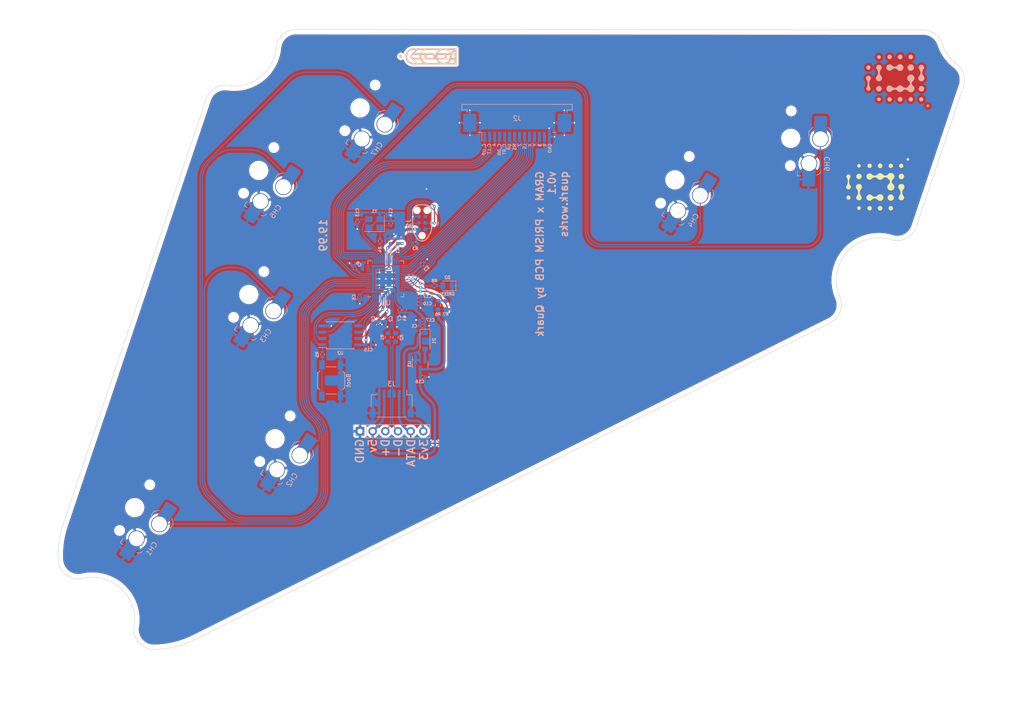
<source format=kicad_pcb>
(kicad_pcb (version 20221018) (generator pcbnew)
  (layers (0 "F.Cu" signal) (31 "B.Cu" signal) (34 "B.Paste" user) (35 "F.Paste" user) (36 "B.SilkS" user "B.Silkscreen") (37 "F.SilkS" user "F.Silkscreen") (38 "B.Mask" user) (39 "F.Mask" user) (44 "Edge.Cuts" user))
  (net 0 "")
  (net 1 "GND")
  (net 2 "+3V3")
  (net 3 "+5V")
  (net 4 "+1V1")
  (net 5 "XTAL_IN")
  (net 6 "/XTAL_O")
  (net 7 "Net-(D1-A)")
  (net 8 "Net-(D2-A)")
  (net 9 "DATA")
  (net 10 "SWD")
  (net 11 "~{RESET}")
  (net 12 "SWCLK")
  (net 14 "PICO_LED")
  (net 15 "VBUS_SENSE")
  (net 16 "D+")
  (net 17 "/D_+")
  (net 18 "D-")
  (net 19 "/D_-")
  (net 20 "/~{USB_BOOT}")
  (net 21 "CS")
  (net 22 "XTAL_OUT")
  (net 23 "START")
  (net 25 "RIGHT")
  (net 26 "DOWN")
  (net 27 "LEFT")
  (net 28 "L")
  (net 29 "M1")
  (net 30 "M2")
  (net 35 "C_UP")
  (net 36 "C_LT")
  (net 37 "A")
  (net 38 "C_DN")
  (net 39 "C_RT")
  (net 40 "UP")
  (net 41 "MS")
  (net 42 "Z")
  (net 43 "LS")
  (net 44 "X")
  (net 45 "Y")
  (net 47 "B")
  (net 48 "R")
  (net 50 "SD3")
  (net 51 "QSPI_CLK")
  (net 52 "SD0")
  (net 53 "SD2")
  (net 54 "SD1")
  (footprint "qw-logo:qw new logo silk + copper md" (layer "F.Cu") (at 193.21 60.62 90)
    (fp_text reference "H1" hide)
    (fp_text value "qw-logo" hide)
  )
  (footprint "1999:1999 logo md" (layer "F.Cu") (at 102.92 35.15 90)
    (fp_text reference "H3" hide)
    (fp_text value "19.99 logo" hide)
  )
  (footprint "Resistor_SMD:R_0603_1608Metric" (layer "B.Cu") (at 96.485498 91.357578 90)
    (fp_text reference "R2")
    (fp_text value "27")
  )
  (footprint "Connector_JST:JST_SH_SM06B-SRSS-TB_1x06-1MP_P1.00mm_Horizontal" (layer "B.Cu") (at 95.7 104.675 180)
    (fp_text reference "J3")
    (fp_text value "JST Connector")
  )
  (footprint "Capacitor_SMD:C_0402_1005Metric" (layer "B.Cu") (at 98.307248 85.84156 -90)
    (fp_text reference "C4")
    (fp_text value "100nF")
  )
  (footprint "Button_Switch_SMD:SW_SPST_SKQG_WithStem" (layer "B.Cu") (at 83.555498 99.997578 90)
    (fp_text reference "SW1" hide)
    (fp_text value "Boot")
  )
  (footprint "Capacitor_SMD:C_0402_1005Metric" (layer "B.Cu") (at 101.002498 83.063328)
    (fp_text reference "C12")
    (fp_text value "100nF")
  )
  (footprint "Capacitor_SMD:C_0402_1005Metric" (layer "B.Cu") (at 101.905 99.3 180)
    (fp_text reference "C16")
    (fp_text value "1uF")
  )
  (footprint "Capacitor_SMD:C_0402_1005Metric" (layer "B.Cu") (at 95.513248 68.44256 -90)
    (fp_text reference "C14")
    (fp_text value "22pF")
  )
  (footprint "Capacitor_SMD:C_0402_1005Metric" (layer "B.Cu") (at 101.865498 89.072578 180)
    (fp_text reference "C1")
    (fp_text value "10uF")
  )
  (footprint "Resistor_SMD:R_0402_1005Metric" (layer "B.Cu") (at 104.275498 80.987578)
    (fp_text reference "R8")
    (fp_text value "470")
  )
  (footprint "Capacitor_SMD:C_0402_1005Metric" (layer "B.Cu") (at 91.045498 92.857578)
    (fp_text reference "C15")
    (fp_text value "100nF")
  )
  (footprint "Resistor_SMD:R_0402_1005Metric" (layer "B.Cu") (at 81.795498 94.777578 90)
    (fp_text reference "R5")
    (fp_text value "1k")
  )
  (footprint "Capacitor_SMD:C_0402_1005Metric" (layer "B.Cu") (at 88.274248 77.45956 135)
    (fp_text reference "C8")
    (fp_text value "100nF")
  )
  (footprint "PCM_marbastlib-choc:SW_choc_v1_HS_1u" (layer "B.Cu") (at 175.77104 51.385878 -91)
    (fp_text reference "CH6")
    (fp_text value "choc_SW_HS" hide)
  )
  (footprint "PCM_marbastlib-choc:SW_choc_v1_HS_1u" (layer "B.Cu") (at 67.034311 82.745087 -123.5)
    (fp_text reference "CH3")
    (fp_text value "choc_SW_HS" hide)
  )
  (footprint "PCM_marbastlib-choc:SW_choc_v1_HS_1u" (layer "B.Cu") (at 44.138321 125.542859 -123.5)
    (fp_text reference "CH1")
    (fp_text value "choc_SW_HS" hide)
  )
  (footprint "Resistor_SMD:R_0402_1005Metric" (layer "B.Cu") (at 93.382498 72.014328 -90)
    (fp_text reference "R4")
    (fp_text value "1k")
  )
  (footprint "PCM_marbastlib-choc:SW_choc_v1_HS_1u" (layer "B.Cu") (at 69.027009 57.828907 -123.5)
    (fp_text reference "CH5")
    (fp_text value "choc_SW_HS" hide)
  )
  (footprint "Package_TO_SOT_SMD:SOT-23" (layer "B.Cu") (at 101.425 96.8125 -90)
    (fp_text reference "U3")
    (fp_text value "XC6206")
  )
  (footprint "Resistor_SMD:R_0603_1608Metric" (layer "B.Cu") (at 106.515498 84.892578 -90)
    (fp_text reference "R7")
    (fp_text value "10k")
  )
  (footprint "Capacitor_SMD:C_0402_1005Metric" (layer "B.Cu") (at 95.414498 72.014328 90)
    (fp_text reference "C6")
    (fp_text value "100nF")
  )
  (footprint "Resistor_SMD:R_0402_1005Metric" (layer "B.Cu") (at 100.445498 72.567578 180)
    (fp_text reference "R3")
    (fp_text value "10k")
  )
  (footprint "Capacitor_SMD:C_0402_1005Metric" (layer "B.Cu") (at 96.938498 72.014328 90)
    (fp_text reference "C11")
    (fp_text value "100nF")
  )
  (footprint "PCM_marbastlib-choc:SW_choc_v1_HS_1u" (layer "B.Cu") (at 152.530098 59.722749 -121.5)
    (fp_text reference "CH4")
    (fp_text value "choc_SW_HS" hide)
  )
  (footprint "Capacitor_SMD:C_0402_1005Metric" (layer "B.Cu") (at 94.525498 87.635328 -90)
    (fp_text reference "C2")
    (fp_text value "1uF")
  )
  (footprint "PCM_marbastlib-choc:SW_choc_v1_HS_1u" (layer "B.Cu") (at 89.358451 45.276002 -123.5)
    (fp_text reference "CH7")
    (fp_text value "choc_SW_HS" hide)
  )
  (footprint "footprints:RP2040-QFN-56" (layer "B.Cu") (at 94.525498 79.602578)
    (fp_text reference "U1")
    (fp_text value "RP2040")
  )
  (footprint "LED_SMD:LED_0805_2012Metric" (layer "B.Cu") (at 106.902998 80.997578 180)
    (fp_text reference "D2")
    (fp_text value "GREEN")
  )
  (footprint "Capacitor_SMD:C_0402_1005Metric" (layer "B.Cu") (at 89.290248 83.30156 -90)
    (fp_text reference "C5")
    (fp_text value "100nF")
  )
  (footprint "Resistor_SMD:R_0603_1608Metric" (layer "B.Cu") (at 94.955498 91.357578 90)
    (fp_text reference "R1")
    (fp_text value "27")
  )
  (footprint "Connector_PinHeader_2.54mm:PinHeader_1x06_P2.54mm_Vertical" (layer "B.Cu") (at 89.35 110.2 -90)
    (fp_text reference "J4" hide)
    (fp_text value "DuPont Connector")
  )
  (footprint "1999:1999 logo md" (layer "B.Cu") (at 102.92 34.72 -90)
    (fp_text reference "H4" hide)
    (fp_text value "19.99 logo" hide)
  )
  (footprint "Diode_SMD:D_SOD-123" (layer "B.Cu") (at 102.395498 92.087578 -90)
    (fp_text reference "D1")
    (fp_text value "Schottky Diode")
  )
  (footprint "Resistor_SMD:R_0603_1608Metric" (layer "B.Cu") (at 104.975498 84.892578 90)
    (fp_text reference "R6")
    (fp_text value "5.6k")
  )
  (footprint "Capacitor_SMD:C_0402_1005Metric" (layer "B.Cu") (at 101.831498 76.681685 45)
    (fp_text reference "C3")
    (fp_text value "100nF")
  )
  (footprint "Capacitor_SMD:C_0402_1005Metric" (layer "B.Cu") (at 101.865498 87.872578)
    (fp_text reference "C17")
    (fp_text value "1uF")
  )
  (footprint "Capacitor_SMD:C_0402_1005Metric" (layer "B.Cu") (at 97.291248 85.84156 -90)
    (fp_text reference "C7")
    (fp_text value "1uF")
  )
  (footprint "PCM_marbastlib-choc:SW_choc_v1_HS_1u" (layer "B.Cu") (at 72.296424 111.713906 -123.5)
    (fp_text reference "CH2")
    (fp_text value "choc_SW_HS" hide)
  )
  (footprint "Crystal:Crystal_SMD_3225-4Pin_3.2x2.5mm" (layer "B.Cu") (at 92.239498 68.458328 180)
    (fp_text reference "Y1")
    (fp_text value "12MHz")
  )
  (footprint "Capacitor_SMD:C_0402_1005Metric" (layer "B.Cu") (at 101.002498 84.587328)
    (fp_text reference "C10")
    (fp_text value "100nF")
  )
  (footprint "Connector_FFC-FPC:TE_1-84953-4_1x14-1MP_P1.0mm_Horizontal" (layer "B.Cu") (at 120.86 49.275)
    (fp_text reference "J2")
    (fp_text value "FFC Connector")
  )
  (footprint "Package_SO:SOIC-8_5.23x5.23mm_P1.27mm" (layer "B.Cu") (at 85.395498 90.947578)
    (fp_text reference "U2")
    (fp_text value "W25Q128JVS")
  )
  (footprint "Capacitor_SMD:C_0402_1005Metric" (layer "B.Cu") (at 93.001498 87.635328 -90)
    (fp_text reference "C9")
    (fp_text value "100nF")
  )
  (footprint "qw-logo:qw new logo silk + copper md" (layer "B.Cu") (at 197.22 39.85 -90)
    (fp_text reference "H2" hide)
    (fp_text value "qw-logo" hide)
  )
  (footprint "PCM_marbastlib-various:CON_TC2030_outlined" (layer "B.Cu") (at 101.795498 68.377578 90)
    (fp_text reference "J1")
    (fp_text value "JTAG_TC2030")
  )
  (footprint "Capacitor_SMD:C_0402_1005Metric" (layer "B.Cu") (at 88.810498 68.18856 90)
    (fp_text reference "C13")
    (fp_text value "22pF")
  )
  (gr_poly (pts (arc (start 48.017897 154.007181) (mid 52.256565 153.474885) (end 56.269172 152.009065)) (arc (start 183.742249 88.391418) (mid 185.712776 86.186101) (end 185.629697 83.229836)) (arc (start 185.629697 83.229836) (mid 187.116843 74.18221) (end 195.957242 71.749418)) (arc (start 195.957242 71.749418) (mid 198.965135 71.490605) (end 200.935408 69.203155)) (arc (start 210.440364 40.908155) (mid 210.472306 38.460025) (end 209.071701 36.451875)) (arc (start 209.071701 36.451875) (mid 207.30245 34.627229) (end 206.151742 32.361074)) (arc (start 206.151741 32.361073) (mid 204.696558 30.375856) (end 202.35453 29.618526)) (xy 183.442209 29.618526) (xy 76.852738 29.526194) (arc (start 76.457104 29.529971) (mid 73.811292 30.601566) (end 72.553619 33.164162)) (arc (start 72.553619 33.164162) (mid 69.347731 39.066582) (end 62.858097 40.798902)) (arc (start 62.858097 40.798902) (mid 60.185703 41.348082) (end 58.487034 43.482986)) (arc (start 29.773862 128.958313) (mid 28.955447 132.467856) (end 28.814403 136.068801)) (arc (start 28.814403 136.068801) (mid 30.407402 139.045025) (end 33.710281 139.74255)) (arc (start 33.710281 139.74255) (mid 41.429584 141.812033) (end 44.019524 149.372628)) (arc (start 44.019524 149.372628) (mid 44.940175 152.620391) (end 48.017897 154.007181))) (stroke (width 0.1)) (fill none) (layer "Edge.Cuts"))
  (gr_text "C_UP\nC_LT\nA\nC_DN\nC_RT\nUP\nMS\nZ\nLS\nX\nY\nB\nR\nGND" (at 127.82 52.36 90) (layer "B.SilkS") (effects (font (size 0.63 0.63) (thickness 0.125) bold) (justify left bottom mirror)))
  (gr_text "GRAM x PRISM PCB by Quark\nv0.1\nquark.works" (at 131.15 57.81 90) (layer "B.SilkS") (effects (font (size 1.5 1.5) (thickness 0.3) bold) (justify left bottom mirror)))
  (gr_text "19.99" (at 82.85 67.48 90) (layer "B.SilkS") (effects (font (size 1.5 1.5) (thickness 0.3) bold) (justify left bottom mirror)))
  (gr_text "GND\n5v\nD+\nD-\nDATA\n3v3" (at 103.11 111.57 90) (layer "B.SilkS") (effects (font (size 1.6 1.6) (thickness 0.3) bold) (justify left bottom mirror)))
  (segment (start 93.250498 78.327578) (end 93.250498 80.877578) (width 0.635) (layer "F.Cu") (net 1))
  (segment (start 95.800498 80.877578) (end 93.250498 80.877578) (width 0.635) (layer "F.Cu") (net 1))
  (segment (start 95.800498 78.327578) (end 95.800498 80.877578) (width 0.635) (layer "F.Cu") (net 1))
  (segment (start 95.500498 78.627578) (end 95.800498 78.327578) (width 0.635) (layer "F.Cu") (net 1))
  (segment (start 95.800498 79.602578) (end 93.250498 79.602578) (width 0.635) (layer "F.Cu") (net 1))
  (segment (start 93.250498 78.327578) (end 93.550498 78.627578) (width 0.635) (layer "F.Cu") (net 1))
  (segment (start 94.525498 80.877578) (end 94.525498 78.327578) (width 0.635) (layer "F.Cu") (net 1))
  (segment (start 93.550498 78.627578) (end 95.500498 78.627578) (width 0.635) (layer "F.Cu") (net 1))
  (via (at 105.0995 113.2495) (size 0.6) (drill 0.3) (layers "F.Cu" "B.Cu") (net 1))
  (via (at 94.846498 89.254685) (size 0.6) (drill 0.3) (layers "F.Cu" "B.Cu") (net 1))
  (via (at 113.425 48.25) (size 0.6) (drill 0.3) (layers "F.Cu" "B.Cu") (net 1))
  (via (at 128.3 48.275) (size 0.6) (drill 0.3) (layers "F.Cu" "B.Cu") (net 1))
  (via (at 111.375 45.75) (size 0.6) (drill 0.3) (layers "F.Cu" "B.Cu") (net 1))
  (via (at 95.513248 66.91856) (size 0.6) (drill 0.3) (layers "F.Cu" "B.Cu") (net 1))
  (via (at 103.6005 113.2495) (size 0.6) (drill 0.3) (layers "F.Cu" "B.Cu") (net 1))
  (via (at 109.3 48.275) (size 0.6) (drill 0.3) (layers "F.Cu" "B.Cu") (net 1))
  (via (at 87.258248 76.44356) (size 0.6) (drill 0.3) (layers "F.Cu" "B.Cu") (net 1))
  (via (at 89.290248 84.57156) (size 0.6) (drill 0.3) (layers "F.Cu" "B.Cu") (net 1))
  (via (at 101.482248 85.427578) (size 0.6) (drill 0.3) (layers "F.Cu" "B.Cu") (net 1))
  (via (at 102.675 61.55) (size 0.6) (drill 0.3) (layers "F.Cu" "B.Cu") (net 1))
  (via (at 100.595498 87.862578) (size 0.6) (drill 0.3) (layers "F.Cu" "B.Cu") (net 1))
  (via (at 132.4 48.275) (size 0.6) (drill 0.3) (layers "F.Cu" "B.Cu") (net 1))
  (via (at 92.545498 92.867578) (size 0.6) (drill 0.3) (layers "F.Cu" "B.Cu") (net 1))
  (via (at 96.751498 89.254685) (size 0.6) (drill 0.3) (layers "F.Cu" "B.Cu") (net 1))
  (via (at 98.307248 87.23856) (size 0.6) (drill 0.3) (layers "F.Cu" "B.Cu") (net 1))
  (via (at 130.35 50.775) (size 0.6) (drill 0.3) (layers "F.Cu" "B.Cu") (net 1))
  (via (at 105.0995 112.0005) (size 0.6) (drill 0.3) (layers "F.Cu" "B.Cu") (net 1))
  (via (at 127.325 49.375) (size 0.6) (drill 0.3) (layers "F.Cu" "B.Cu") (net 1))
  (via (at 128.375 51.075) (size 0.6) (drill 0.3) (layers "F.Cu" "B.Cu") (net 1))
  (via (at 96.148248 70.60156) (size 0.6) (drill 0.3) (layers "F.Cu" "B.Cu") (net 1))
  (via (at 103.205498 89.022578) (size 0.6) (drill 0.3) (layers "F.Cu" "B.Cu") (net 1))
  (via (at 111.375 50.775) (size 0.6) (drill 0.3) (layers "F.Cu" "B.Cu") (net 1))
  (via (at 102.847498 75.665685) (size 0.6) (drill 0.3) (layers "F.Cu" "B.Cu") (net 1))
  (via (at 130.35 45.775) (size 0.6) (drill 0.3) (layers "F.Cu" "B.Cu") (net 1))
  (via (at 99.958237 67.107578) (size 0.6) (drill 0.3) (layers "F.Cu" "B.Cu") (net 1))
  (via (at 83.572998 89.032578) (size 0.6) (drill 0.3) (layers "F.Cu" "B.Cu") (net 1))
  (via (at 103.6005 112.0005) (size 0.6) (drill 0.3) (layers "F.Cu" "B.Cu") (net 1))
  (via (at 88.810498 69.58556) (size 0.6) (drill 0.3) (layers "F.Cu" "B.Cu") (net 1))
  (via (at 103.175 99.31) (size 0.6) (drill 0.3) (layers "F.Cu" "B.Cu") (net 1))
  (via (at 93.735248 88.76256) (size 0.6) (drill 0.3) (layers "F.Cu" "B.Cu") (net 1))
  (segment (start 95.513248 67.96256) (end 93.69373 67.96256) (width 0.381) (layer "B.Cu") (net 1))
  (segment (start 130.35 48.275) (end 130.35 45.775) (width 0.5) (layer "B.Cu") (net 1))
  (segment (start 127.36 49.41) (end 127.325 49.375) (width 0.5) (layer "B.Cu") (net 1))
  (segment (start 93.001498 88.115328) (end 94.525498 88.115328) (width 0.5) (layer "B.Cu") (net 1))
  (segment (start 89.290248 83.78156) (end 89.290248 84.57156) (width 0.381) (layer "B.Cu") (net 1))
  (segment (start 93.525498 76.165078) (end 93.525498 75.444049) (width 0.2) (layer "B.Cu") (net 1))
  (segment (start 87.934837 77.120149) (end 87.258248 76.44356) (width 0.381) (layer "B.Cu") (net 1))
  (segment (start 103.165 99.3) (end 103.175 99.31) (width 0.5) (layer "B.Cu") (net 1))
  (segment (start 101.160498 67.107578) (end 99.958237 67.107578) (width 0.25) (layer "B.Cu") (net 1))
  (segment (start 102.385 99.3) (end 103.165 99.3) (width 0.5) (layer "B.Cu") (net 1))
  (segment (start 111.37 48.275) (end 111.37 50.77) (width 0.5) (layer "B.Cu") (net 1))
  (segment (start 101.385498 87.872578) (end 100.605498 87.872578) (width 0.5) (layer "B.Cu") (net 1))
  (segment (start 95.513248 67.96256) (end 95.513248 66.91856) (width 0.381) (layer "B.Cu") (net 1))
  (segment (start 101.482498 84.587328) (end 101.482498 83.063328) (width 0.381) (layer "B.Cu") (net 1))
  (segment (start 101.385498 89.072578) (end 101.385498 87.872578) (width 0.5) (layer "B.Cu") (net 1))
  (segment (start 111.37 45.755) (end 111.375 45.75) (width 0.5) (layer "B.Cu") (net 1))
  (segment (start 100.605498 87.872578) (end 100.595498 87.862578) (width 0.5) (layer "B.Cu") (net 1))
  (segment (start 113.4 48.275) (end 113.425 48.25) (width 0.5) (layer "B.Cu") (net 1))
  (segment (start 130.35 48.275) (end 132.4 48.275) (width 0.5) (layer "B.Cu") (net 1))
  (segment (start 111.37 48.275) (end 113.4 48.275) (width 0.5) (layer "B.Cu") (net 1))
  (segment (start 130.35 48.275) (end 130.35 50.775) (width 0.5) (layer "B.Cu") (net 1))
  (segment (start 130.35 48.275) (end 128.3 48.275) (width 0.5) (layer "B.Cu") (net 1))
  (segment (start 101.482248 85.427578) (end 101.482248 84.587578) (width 0.381) (layer "B.Cu") (net 1))
  (segment (start 93.217401 74.700237) (end 89.310923 70.793759) (width 0.2) (layer "B.Cu") (net 1))
  (segment (start 111.37 48.275) (end 111.37 45.755) (width 0.5) (layer "B.Cu") (net 1))
  (segment (start 111.37 48.275) (end 109.3 48.275) (width 0.5) (layer "B.Cu") (net 1))
  (segment (start 91.525498 92.857578) (end 92.535498 92.857578) (width 0.5) (layer "B.Cu") (net 1))
  (segment (start 88.810498 69.58556) (end 88.810498 68.66856) (width 0.381) (layer "B.Cu") (net 1))
  (segment (start 111.37 50.77) (end 111.375 50.775) (width 0.5) (layer "B.Cu") (net 1))
  (segment (start 127.36 51.075) (end 127.36 49.41) (width 0.5) (layer "B.Cu") (net 1))
  (segment (start 81.832998 89.047578) (end 83.557998 89.047578) (width 0.5) (layer "B.Cu") (net 1))
  (segment (start 98.307248 86.32156) (end 98.307248 87.23856) (width 0.2) (layer "B.Cu") (net 1))
  (segment (start 127.36 51.075) (end 128.375 51.075) (width 0.5) (layer "B.Cu") (net 1))
  (segment (start 93.09252 67.608328) (end 91.39252 69.308328) (width 0.254) (layer "B.Cu") (net 1))
  (segment (start 102.847498 75.665685) (end 102.170909 76.342274) (width 0.2) (layer "B.Cu") (net 1))
  (arc (start 88.810498 69.58556) (mid 88.940554 70.239462) (end 89.310923 70.793759) (width 0.2) (layer "B.Cu") (net 1))
  (arc (start 93.525498 75.444049) (mid 93.445426 75.041501) (end 93.217401 74.700237) (width 0.2) (layer "B.Cu") (net 1))
  (segment (start 94.878248 73.39556) (end 98.353337 69.920471) (width 0.5) (layer "F.Cu") (net 2))
  (segment (start 99.060444 69.627578) (end 100.358237 69.627578) (width 0.5) (layer "F.Cu") (net 2))
  (segment (start 91.569068 89.40474) (end 94.751248 86.22256) (width 0.5) (layer "F.Cu") (net 2))
  (via (at 94.878248 73.39556) (size 0.6) (drill 0.3) (layers "F.Cu" "B.Cu") (net 2))
  (via (at 100.358237 69.627578) (size 0.6) (drill 0.3) (layers "F.Cu" "B.Cu") (net 2))
  (via (at 94.751248 86.22256) (size 0.6) (drill 0.3) (layers "F.Cu" "B.Cu") (net 2))
  (via (at 90.565498 91.827578) (size 0.6) (drill 0.3) (layers "F.Cu" "B.Cu") (net 2))
  (arc (start 98.353337 69.920471) (mid 98.67776 69.703698) (end 99.060444 69.627578) (width 0.5) (layer "F.Cu") (net 2))
  (arc (start 90.565498 91.827578) (mid 90.826317 90.516346) (end 91.569068 89.40474) (width 0.5) (layer "F.Cu") (net 2))
  (segment (start 91.842748 78.602578) (end 91.858498 78.618328) (width 0.2) (layer "B.Cu") (net 2))
  (segment (start 100.728033 86.021006) (end 102.345498 87.638471) (width 0.5) (layer "B.Cu") (net 2))
  (segment (start 94.903648 86.07016) (end 94.903648 83.955178) (width 0.2) (layer "B.Cu") (net 2))
  (segment (start 96.725498 83.040078) (end 97.125498 83.440078) (width 0.2) (layer "B.Cu") (net 2))
  (segment (start 89.616337 82.495471) (end 89.290248 82.82156) (width 0.2) (layer "B.Cu") (net 2))
  (segment (start 94.725498 73.54831) (end 94.725498 76.165078) (width 0.2) (layer "B.Cu") (net 2))
  (segment (start 99.8 93.625) (end 99.4 93.625) (width 0.5) (layer "B.Cu") (net 2))
  (segment (start 96.725498 82.514328) (end 96.725498 83.040078) (width 0.2) (layer "B.Cu") (net 2))
  (segment (start 94.906498 83.952328) (end 94.842655 83.888485) (width 0.2) (layer "B.Cu") (net 2))
  (segment (start 90.565498 91.827578) (end 90.565498 92.857578) (width 0.5) (layer "B.Cu") (net 2))
  (segment (start 94.878248 73.39556) (end 95.414498 72.85931) (width 0.5) (layer "B.Cu") (net 2))
  (segment (start 94.725498 83.605643) (end 94.725498 83.040078) (width 0.2) (layer "B.Cu") (net 2))
  (segment (start 94.878248 73.39556) (end 94.725498 73.54831) (width 0.2) (layer "B.Cu") (net 2))
  (segment (start 100.227498 83.063328) (end 100.522498 83.063328) (width 0.381) (layer "B.Cu") (net 2))
  (segment (start 94.725498 76.165078) (end 94.725498 76.894328) (width 0.2) (layer "B.Cu") (net 2))
  (segment (start 97.962998 78.602578) (end 99.551386 78.602578) (width 0.2) (layer "B.Cu") (net 2))
  (segment (start 101 91.637578) (end 101 92.425) (width 0.5) (layer "B.Cu") (net 2))
  (segment (start 94.751248 86.22256) (end 94.903648 86.07016) (width 0.2) (layer "B.Cu") (net 2))
  (segment (start 97.125498 83.040078) (end 97.125498 83.765596) (width 0.2) (layer "B.Cu") (net 2))
  (segment (start 97.418391 84.472703) (end 98.307248 85.36156) (width 0.2) (layer "B.Cu") (net 2))
  (segment (start 95.125498 83.040078) (end 95.125498 82.446328) (width 0.2) (layer "B.Cu") (net 2))
  (segment (start 100.705498 70.746045) (end 100.705498 71.964116) (width 0.5) (layer "B.Cu") (net 2))
  (segment (start 94.903648 83.955178) (end 94.906498 83.952328) (width 0.2) (layer "B.Cu") (net 2))
  (segment (start 97.125498 82.241328) (end 97.192498 82.174328) (width 0.2) (layer "B.Cu") (net 2))
  (segment (start 94.725498 83.040078) (end 94.725498 82.18431) (width 0.2) (layer "B.Cu") (net 2))
  (segment (start 95.414498 72.85931) (end 95.414498 72.494328) (width 0.5) (layer "B.Cu") (net 2))
  (segment (start 91.087998 82.202578) (end 90.323444 82.202578) (width 0.2) (layer "B.Cu") (net 2))
  (segment (start 97.125498 83.040078) (end 97.125498 82.241328) (width 0.2) (layer "B.Cu") (net 2))
  (segment (start 98.2 106.625) (end 98.2 102.675) (width 0.5) (layer "B.Cu") (net 2))
  (segment (start 98.2 102.675) (end 98.2 94.825) (width 0.5) (layer "B.Cu") (net 2))
  (segment (start 102.05 110.2) (end 102.05 109.625) (width 0.5) (layer "B.Cu") (net 2))
  (segment (start 100.522498 84.587328) (end 100.522498 83.063328) (width 0.381) (layer "B.Cu") (net 2))
  (segment (start 95.125498 83.040078) (end 95.125498 83.567643) (width 0.2) (layer "B.Cu") (net 2))
  (segment (start 102.395498 90.437578) (end 102.395498 87.922578) (width 0.5) (layer "B.Cu") (net 2))
  (segment (start 94.751248 86.634578) (end 94.525498 86.860328) (width 0.2) (layer "B.Cu") (net 2))
  (segment (start 91.087998 78.602578) (end 89.727255 78.602578) (width 0.2) (layer "B.Cu") (net 2))
  (segment (start 97.065498 82.174328) (end 96.725498 82.514328) (width 0.2) (layer "B.Cu") (net 2))
  (segment (start 97.962998 82.202578) (end 98.952534 82.202578) (width 0.2) (layer "B.Cu") (net 2))
  (segment (start 97.093748 82.202578) (end 97.065498 82.174328) (width 0.2) (layer "B.Cu") (net 2))
  (segment (start 100.55 108.125) (end 99.7 108.125) (width 0.5) (layer "B.Cu") (net 2))
  (segment (start 97.962998 78.602578) (end 97.090498 78.602578) (width 0.2) (layer "B.Cu") (net 2))
  (segment (start 91.087998 78.602578) (end 91.842748 78.602578) (width 0.2) (layer "B.Cu") (net 2))
  (segment (start 90.565498 92.857578) (end 89.020498 92.857578) (width 0.5) (layer "B.Cu") (net 2))
  (segment (start 100.358237 69.627578) (end 101.140498 69.627578) (width 0.5) (layer "B.Cu") (net 2))
  (segment (start 95.00834 83.850486) (end 94.906498 83.952328) (width 0.2) (layer "B.Cu") (net 2))
  (segment (start 102.395498 87.922578) (end 102.345498 87.872578) (width 0.5) (layer "B.Cu") (net 2))
  (segment (start 94.751248 86.22256) (end 94.751248 86.634578) (width 0.2) (layer "B.Cu") (net 2))
  (segment (start 92.255266 82.202578) (end 92.338248 82.28556) (width 0.2) (layer "B.Cu") (net 2))
  (segment (start 94.725498 82.18431) (end 94.751248 82.15856) (width 0.2) (layer "B.Cu") (net 2))
  (segment (start 89.245766 78.403078) (end 88.655248 77.81256) (width 0.381) (layer "B.Cu") (net 2))
  (segment (start 102.345498 87.638471) (end 102.345498 87.872578) (width 0.5) (layer "B.Cu") (net 2))
  (segment (start 98.307248 85.36156) (end 99.135989 85.36156) (width 0.5) (layer "B.Cu") (net 2))
  (segment (start 99.659641 82.495471) (end 100.227498 83.063328) (width 0.2) (layer "B.Cu") (net 2))
  (segment (start 100.164623 78.34856) (end 101.492087 77.021096) (width 0.381) (layer "B.Cu") (net 2))
  (segment (start 91.087998 82.202578) (end 92.255266 82.202578) (width 0.2) (layer "B.Cu") (net 2))
  (segment (start 97.962998 82.202578) (end 97.093748 82.202578) (width 0.2) (layer "B.Cu") (net 2))
  (arc (start 102.2 90.437578) (mid 101.351472 90.78905) (end 101 91.637578) (width 0.5) (layer "B.Cu") (net 2))
  (arc (start 89.245766 78.403078) (mid 89.466732 78.550758) (end 89.727255 78.602578) (width 0.2) (layer "B.Cu") (net 2))
  (arc (start 100.164623 78.34856) (mid 99.88326 78.536565) (end 99.551386 78.602578) (width 0.2) (layer "B.Cu") (net 2))
  (arc (start 99.8 93.625) (mid 100.648528 93.273528) (end 101 92.425) (width 0.5) (layer "B.Cu") (net 2))
  (arc (start 100.705498 70.746045) (mid 100.823749 70.151559) (end 101.160498 69.647578) (width 0.5) (layer "B.Cu") (net 2))
  (arc (start 97.418391 84.472703) (mid 97.201618 84.14828) (end 97.125498 83.765596) (width 0.2) (layer "B.Cu") (net 2))
  (arc (start 98.952534 82.202578) (mid 99.335217 82.278698) (end 99.659641 82.495471) (width 0.2) (layer "B.Cu") (net 2))
  (arc (start 99.4 93.625) (mid 98.551472 93.976472) (end 98.2 94.825) (width 0.5) (layer "B.Cu") (net 2))
  (arc (start 102.05 109.625) (mid 101.61066 108.56434) (end 100.55 108.125) (width 0.5) (layer "B.Cu") (net 2))
  (arc (start 89.616337 82.495471) (mid 89.94076 82.278698) (end 90.323444 82.202578) (width 0.2) (layer "B.Cu") (net 2))
  (arc (start 94.725498 83.605643) (mid 94.755946 83.758716) (end 94.842655 83.888485) (width 0.2) (layer "B.Cu") (net 2))
  (arc (start 100.955498 72.567578) (mid 100.770455 72.290673) (end 100.705498 71.964116) (width 0.5) (layer "B.Cu") (net 2))
  (arc (start 100.728033 86.021006) (mid 99.997597 85.532944) (end 99.135989 85.36156) (width 0.5) (layer "B.Cu") (net 2))
  (arc (start 95.125498 83.567643) (mid 95.09505 83.720717) (end 95.00834 83.850486) (width 0.2) (layer "B.Cu") (net 2))
  (arc (start 98.2 106.625) (mid 98.63934 107.68566) (end 99.7 108.125) (width 0.5) (layer "B.Cu") (net 2))
  (segment (start 104.566975 97.75) (end 101.425 97.75) (width 0.5) (layer "B.Cu") (net 3))
  (segment (start 94.2 102.675) (end 94.2 106.647359) (width 0.5) (layer "B.Cu") (net 3))
  (segment (start 93.32132 108.76868) (end 91.89 110.2) (width 0.5) (layer "B.Cu") (net 3))
  (segment (start 102.30368 102.87868) (end 103.471321 104.046321) (width 0.5) (layer "B.Cu") (net 3))
  (segment (start 104.975498 85.717578) (end 104.975498 86.761994) (width 0.5) (layer "B.Cu") (net 3))
  (segment (start 101.425 99.3) (end 101.425 100.757359) (width 0.5) (layer "B.Cu") (net 3))
  (segment (start 106.275498 89.553162) (end 106.275498 96.041477) (width 0.5) (layer "B.Cu") (net 3))
  (segment (start 91.89 113.15) (end 91.89 110.2) (width 0.5) (layer "B.Cu") (net 3))
  (segment (start 105.502706 88.034786) (end 105.74829 88.28037) (width 0.5) (layer "B.Cu") (net 3))
  (segment (start 101.425 99.3) (end 101.425 97.75) (width 0.5) (layer "B.Cu") (net 3))
  (segment (start 104.35 106.167641) (end 104.35 113.379777) (width 0.5) (layer "B.Cu") (net 3))
  (segment (start 103.079777 114.65) (end 93.39 114.65) (width 0.5) (layer "B.Cu") (net 3))
  (arc (start 94.2 106.647359) (mid 93.971638 107.79541) (end 93.32132 108.76868) (width 0.5) (layer "B.Cu") (net 3))
  (arc (start 104.566975 97.75) (mid 105.775083 97.249585) (end 106.275498 96.041477) (width 0.5) (layer "B.Cu") (net 3))
  (arc (start 104.35 106.167641) (mid 104.121639 105.019591) (end 103.471321 104.046321) (width 0.5) (layer "B.Cu") (net 3))
  (arc (start 104.975498 86.761994) (mid 105.112515 87.450824) (end 105.502706 88.034786) (width 0.5) (layer "B.Cu") (net 3))
  (arc (start 91.89 113.15) (mid 92.32934 114.21066) (end 93.39 114.65) (width 0.5) (layer "B.Cu") (net 3))
  (arc (start 105.74829 88.28037) (mid 106.138481 88.864332) (end 106.275498 89.553162) (width 0.5) (layer "B.Cu") (net 3))
  (arc (start 102.30368 102.87868) (mid 101.653361 101.90541) (end 101.425 100.757359) (width 0.5) (layer "B.Cu") (net 3))
  (arc (start 104.35 113.379777) (mid 103.97796 114.27796) (end 103.079777 114.65) (width 0.5) (layer "B.Cu") (net 3))
  (segment (start 95.259248 81.740328) (end 94.183391 82.816185) (width 0.381) (layer "F.Cu") (net 4))
  (segment (start 95.132248 77.503078) (end 95.132248 74.869792) (width 0.381) (layer "F.Cu") (net 4))
  (segment (start 95.425141 74.162685) (end 96.788373 72.799453) (width 0.381) (layer "F.Cu") (net 4))
  (segment (start 93.890498 83.523292) (end 93.890498 85.730328) (width 0.381) (layer "F.Cu") (net 4))
  (segment (start 97.49548 72.50656) (end 97.799248 72.50656) (width 0.381) (layer "F.Cu") (net 4))
  (via (at 95.259248 81.740328) (size 0.6) (drill 0.35) (layers "F.Cu" "B.Cu") (net 4))
  (via (at 93.890498 85.730328) (size 0.6) (drill 0.3) (layers "F.Cu" "B.Cu") (net 4))
  (via (at 95.132248 77.503078) (size 0.6) (drill 0.35) (layers "F.Cu" "B.Cu") (net 4))
  (via (at 97.799248 72.50656) (size 0.6) (drill 0.3) (layers "F.Cu" "B.Cu") (net 4))
  (arc (start 95.425141 74.162685) (mid 95.208368 74.487108) (end 95.132248 74.869792) (width 0.381) (layer "F.Cu") (net 4))
  (arc (start 94.183391 82.816185) (mid 93.966618 83.140608) (end 93.890498 83.523292) (width 0.381) (layer "F.Cu") (net 4))
  (arc (start 96.788373 72.799453) (mid 97.112796 72.58268) (end 97.49548 72.50656) (width 0.381) (layer "F.Cu") (net 4))
  (segment (start 95.125498 76.165078) (end 95.125498 75.016542) (width 0.2) (layer "B.Cu") (net 4))
  (segment (start 93.890498 85.730328) (end 93.171882 86.448944) (width 0.381) (layer "B.Cu") (net 4))
  (segment (start 97.799248 72.50656) (end 97.787016 72.494328) (width 0.5) (layer "B.Cu") (net 4))
  (segment (start 96.837811 84.908123) (end 97.291248 85.36156) (width 0.2) (layer "B.Cu") (net 4))
  (segment (start 97.787016 72.494328) (end 96.938498 72.494328) (width 0.5) (layer "B.Cu") (net 4))
  (segment (start 94.325498 84.881114) (end 94.325498 83.040078) (width 0.2) (layer "B.Cu") (net 4))
  (segment (start 95.418391 74.309435) (end 96.76274 72.965086) (width 0.2) (layer "B.Cu") (net 4))
  (segment (start 93.890498 85.730328) (end 94.032605 85.588221) (width 0.2) (layer "B.Cu") (net 4))
  (segment (start 96.325498 82.196328) (end 96.176498 82.047328) (width 0.2) (layer "B.Cu") (net 4))
  (segment (start 96.325498 83.040078) (end 96.325498 82.196328) (width 0.2) (layer "B.Cu") (net 4))
  (segment (start 96.938498 72.5408) (end 96.938498 72.494328) (width 0.2) (layer "B.Cu") (net 4))
  (segment (start 96.325498 83.040078) (end 96.325498 83.671291) (width 0.2) (layer "B.Cu") (net 4))
  (arc (start 96.837811 84.908123) (mid 96.458644 84.34066) (end 96.325498 83.671291) (width 0.2) (layer "B.Cu") (net 4))
  (arc (start 95.418391 74.309435) (mid 95.201618 74.633858) (end 95.125498 75.016542) (width 0.2) (layer "B.Cu") (net 4))
  (arc (start 96.76274 72.965086) (mid 96.892816 72.770417) (end 96.938498 72.5408) (width 0.2) (layer "B.Cu") (net 4))
  (arc (start 93.171882 86.448944) (mid 93.04578 86.63767) (end 93.001498 86.860328) (width 0.381) (layer "B.Cu") (net 4))
  (arc (start 94.032605 85.588221) (mid 94.249378 85.263798) (end 94.325498 84.881114) (width 0.2) (layer "B.Cu") (net 4))
  (segment (start 93.925498 76.165078) (end 93.925498 75.259759) (width 0.2) (layer "B.Cu") (net 5))
  (segment (start 89.826498 70.040711) (end 89.826498 69.56808) (width 0.2) (layer "B.Cu") (net 5))
  (segment (start 90.341803 68.324023) (end 91.057498 67.608328) (width 0.2) (layer "B.Cu") (net 5))
  (segment (start 88.810498 67.70856) (end 91.039266 67.70856) (width 0.2) (layer "B.Cu") (net 5))
  (segment (start 93.631037 74.548867) (end 90.324031 71.241861) (width 0.2) (layer "B.Cu") (net 5))
  (arc (start 93.925498 75.259759) (mid 93.84897 74.875027) (end 93.631037 74.548867) (width 0.2) (layer "B.Cu") (net 5))
  (arc (start 89.826498 70.040711) (mid 89.955803 70.690769) (end 90.324031 71.241861) (width 0.2) (layer "B.Cu") (net 5))
  (arc (start 89.826498 69.56808) (mid 89.960421 68.894801) (end 90.341803 68.324023) (width 0.2) (layer "B.Cu") (net 5))
  (segment (start 95.513248 68.92256) (end 93.725266 68.92256) (width 0.2) (layer "B.Cu") (net 6))
  (segment (start 93.382498 69.351328) (end 93.382498 71.504328) (width 0.2) (layer "B.Cu") (net 6))
  (segment (start 102.375 95.875) (end 102.375 93.758076) (width 0.5) (layer "B.Cu") (net 7))
  (segment (start 105.955498 80.987578) (end 105.965498 80.997578) (width 0.2) (layer "B.Cu") (net 8))
  (segment (start 104.785498 80.987578) (end 105.955498 80.987578) (width 0.2) (layer "B.Cu") (net 8))
  (segment (start 106.985498 86.170219) (end 106.985498 111.125) (width 0.25) (layer "F.Cu") (net 9))
  (segment (start 105.485498 112.625) (end 101.01 112.625) (width 0.25) (layer "F.Cu") (net 9))
  (segment (start 105.605097 83.547177) (end 106.106819 84.048899) (width 0.25) (layer "F.Cu") (net 9))
  (segment (start 99.51 111.125) (end 99.51 110.2) (width 0.25) (layer "F.Cu") (net 9))
  (segment (start 101.505498 82.117578) (end 102.153739 82.117578) (width 0.25) (layer "F.Cu") (net 9))
  (via (at 101.468612 82.129578) (size 0.6) (drill 0.3) (layers "F.Cu" "B.Cu") (net 9))
  (arc (start 101.01 112.625) (mid 99.94934 112.18566) (end 99.51 111.125) (width 0.25) (layer "F.Cu") (net 9))
  (arc (start 106.106819 84.048899) (mid 106.757137 85.022169) (end 106.985498 86.170219) (width 0.25) (layer "F.Cu") (net 9))
  (arc (start 106.985498 111.125) (mid 106.546158 112.18566) (end 105.485498 112.625) (width 0.25) (layer "F.Cu") (net 9))
  (arc (start 102.153739 82.117578) (mid 104.0216 82.489118) (end 105.605097 83.547177) (width 0.25) (layer "F.Cu") (net 9))
  (segment (start 97.962998 81.402578) (end 99.174106 81.402578) (width 0.2) (layer "B.Cu") (net 9))
  (segment (start 100.717534 82.117578) (end 101.505498 82.117578) (width 0.2) (layer "B.Cu") (net 9))
  (segment (start 97.2 102.675) (end 97.2 107.132359) (width 0.5) (layer "B.Cu") (net 9))
  (segment (start 99.025 110.2) (end 99.51 110.2) (width 0.5) (layer "B.Cu") (net 9))
  (segment (start 99.881213 81.695471) (end 100.010427 81.824685) (width 0.2) (layer "B.Cu") (net 9))
  (segment (start 98.07868 109.25368) (end 99.025 110.2) (width 0.5) (layer "B.Cu") (net 9))
  (arc (start 100.717534 82.117578) (mid 100.334851 82.041458) (end 100.010427 81.824685) (width 0.2) (layer "B.Cu") (net 9))
  (arc (start 99.174106 81.402578) (mid 99.556789 81.478698) (end 99.881213 81.695471) (width 0.2) (layer "B.Cu") (net 9))
  (arc (start 97.2 107.132359) (mid 97.428362 108.28041) (end 98.07868 109.25368) (width 0.5) (layer "B.Cu") (net 9))
  (segment (start 99.65163 65.001446) (end 99.666564 64.986512) (width 0.2) (layer "B.Cu") (net 10))
  (segment (start 103.741284 69.517578) (end 102.405498 69.517578) (width 0.2) (layer "B.Cu") (net 10))
  (segment (start 104.885498 67.667151) (end 104.885498 68.436562) (width 0.2) (layer "B.Cu") (net 10))
  (segment (start 95.925498 76.165078) (end 95.925498 75.44251) (width 0.2) (layer "B.Cu") (net 10))
  (segment (start 99.358737 72.075847) (end 99.358737 65.708607) (width 0.2) (layer "B.Cu") (net 10))
  (segment (start 98.186054 73.95476) (end 98.859357 73.281457) (width 0.2) (layer "B.Cu") (net 10))
  (segment (start 104.637292 69.035784) (end 104.448391 69.224685) (width 0.2) (layer "B.Cu") (net 10))
  (segment (start 96.218389 74.735405) (end 96.24598 74.707814) (width 0.2) (layer "B.Cu") (net 10))
  (segment (start 103.388637 65.020717) (end 104.072627 65.704707) (width 0.2) (layer "B.Cu") (net 10))
  (segment (start 97.050562 74.37452) (end 97.172665 74.37452) (width 0.2) (layer "B.Cu") (net 10))
  (segment (start 101.112518 64.387578) (end 101.860105 64.387578) (width 0.2) (layer "B.Cu") (net 10))
  (arc (start 96.24598 74.707814) (mid 96.615121 74.461141) (end 97.050562 74.37452) (width 0.2) (layer "B.Cu") (net 10))
  (arc (start 98.859357 73.281457) (mid 99.228952 72.728318) (end 99.358737 72.075847) (width 0.2) (layer "B.Cu") (net 10))
  (arc (start 96.218389 74.735405) (mid 96.001618 75.059828) (end 95.925498 75.44251) (width 0.2) (layer "B.Cu") (net 10))
  (arc (start 104.072627 65.704707) (mid 104.674239 66.605084) (end 104.885498 67.667151) (width 0.2) (layer "B.Cu") (net 10))
  (arc (start 104.448391 69.224685) (mid 104.123967 69.441458) (end 103.741284 69.517578) (width 0.2) (layer "B.Cu") (net 10))
  (arc (start 97.172665 74.37452) (mid 97.721107 74.265428) (end 98.186054 73.95476) (width 0.2) (layer "B.Cu") (net 10))
  (arc (start 99.666564 64.986512) (mid 100.329973 64.543236) (end 101.112518 64.387578) (width 0.2) (layer "B.Cu") (net 10))
  (arc (start 101.860105 64.387578) (mid 102.687341 64.552125) (end 103.388637 65.020717) (width 0.2) (layer "B.Cu") (net 10))
  (arc (start 99.358737 65.708607) (mid 99.434863 65.325884) (end 99.65163 65.001446) (width 0.2) (layer "B.Cu") (net 10))
  (arc (start 104.885498 68.436562) (mid 104.820991 68.760859) (end 104.637292 69.035784) (width 0.2) (layer "B.Cu") (net 10))
  (segment (start 99.758737 72.31878) (end 99.758737 69.066106) (width 0.2) (layer "B.Cu") (net 11))
  (segment (start 99.934473 68.641842) (end 100.023001 68.553314) (width 0.2) (layer "B.Cu") (net 11))
  (segment (start 98.406623 74.346453) (end 99.281045 73.472031) (width 0.2) (layer "B.Cu") (net 11))
  (segment (start 96.523355 75.243975) (end 96.723828 75.043502) (width 0.2) (layer "B.Cu") (net 11))
  (segment (start 100.447265 68.377578) (end 101.160498 68.377578) (width 0.2) (layer "B.Cu") (net 11))
  (segment (start 96.325498 76.165078) (end 96.325498 75.721645) (width 0.2) (layer "B.Cu") (net 11))
  (arc (start 97.374366 74.77404) (mid 97.933007 74.662914) (end 98.406623 74.346453) (width 0.2) (layer "B.Cu") (net 11))
  (arc (start 97.374366 74.77404) (mid 97.022297 74.844071) (end 96.723828 75.043502) (width 0.2) (layer "B.Cu") (net 11))
  (arc (start 100.023001 68.553314) (mid 100.217655 68.42325) (end 100.447265 68.377578) (width 0.2) (layer "B.Cu") (net 11))
  (arc (start 96.325498 75.721645) (mid 96.376919 75.463132) (end 96.523355 75.243975) (width 0.2) (layer "B.Cu") (net 11))
  (arc (start 99.758737 72.31878) (mid 99.634589 72.942915) (end 99.281045 73.472031) (width 0.2) (layer "B.Cu") (net 11))
  (arc (start 99.758737 69.066106) (mid 99.804409 68.836496) (end 99.934473 68.641842) (width 0.2) (layer "B.Cu") (net 11))
  (segment (start 104.285998 65.077078) (end 104.289409 65.073667) (width 0.2) (layer "F.Cu") (net 12))
  (segment (start 104.285998 68.407578) (end 104.285998 65.077078) (width 0.2) (layer "F.Cu") (net 12))
  (via (at 104.289409 65.073667) (size 0.6) (drill 0.3) (layers "F.Cu" "B.Cu") (net 12))
  (via (at 104.285998 68.407578) (size 0.6) (drill 0.3) (layers "F.Cu" "B.Cu") (net 12))
  (segment (start 102.430498 68.377578) (end 104.255998 68.377578) (width 0.2) (layer "B.Cu") (net 12))
  (segment (start 95.525498 76.165078) (end 95.525498 75.277508) (width 0.2) (layer "B.Cu") (net 12))
  (segment (start 101.019079 63.987578) (end 101.962618 63.987578) (width 0.2) (layer "B.Cu") (net 12))
  (segment (start 97.919577 73.656231) (end 98.497303 73.078505) (width 0.2) (layer "B.Cu") (net 12))
  (segment (start 98.959217 71.963346) (end 98.959217 65.588963) (width 0.2) (layer "B.Cu") (net 12))
  (segment (start 95.818393 74.5704) (end 95.983253 74.40554) (width 0.2) (layer "B.Cu") (net 12))
  (segment (start 97.022673 73.975) (end 97.15 73.975) (width 0.2) (layer "B.Cu") (net 12))
  (segment (start 104.080628 64.864886) (end 104.289409 65.073667) (width 0.2) (layer "B.Cu") (net 12))
  (segment (start 104.255998 68.377578) (end 104.285998 68.407578) (width 0.2) (layer "B.Cu") (net 12))
  (segment (start 99.285044 64.802346) (end 99.449793 64.637597) (width 0.2) (layer "B.Cu") (net 12))
  (arc (start 95.525498 75.277508) (mid 95.601619 74.894824) (end 95.818393 74.5704) (width 0.2) (layer "B.Cu") (net 12))
  (arc (start 95.983253 74.40554) (mid 96.460132 74.086898) (end 97.022673 73.975) (width 0.2) (layer "B.Cu") (net 12))
  (arc (start 98.959217 65.588963) (mid 99.043897 65.163249) (end 99.285044 64.802346) (width 0.2) (layer "B.Cu") (net 12))
  (arc (start 97.15 73.975) (mid 97.566492 73.892155) (end 97.919577 73.656231) (width 0.2) (layer "B.Cu") (net 12))
  (arc (start 99.449793 64.637597) (mid 100.169788 64.156512) (end 101.019079 63.987578) (width 0.2) (layer "B.Cu") (net 12))
  (arc (start 98.497303 73.078505) (mid 98.839169 72.566866) (end 98.959217 71.963346) (width 0.2) (layer "B.Cu") (net 12))
  (arc (start 101.962618 63.987578) (mid 103.108877 64.215583) (end 104.080628 64.864886) (width 0.2) (layer "B.Cu") (net 12))
  (segment (start 101.465892 80.519303) (end 100.872014 79.925425) (width 0.2) (layer "F.Cu") (net 14))
  (segment (start 101.468612 80.519303) (end 101.465892 80.519303) (width 0.2) (layer "F.Cu") (net 14))
  (via (at 101.468612 80.519303) (size 0.6) (drill 0.3) (layers "F.Cu" "B.Cu") (net 14))
  (via (at 99.989409 79.602078) (size 0.6) (drill 0.3) (layers "F.Cu" "B.Cu") (net 14))
  (arc (start 100.872014 79.925425) (mid 100.459003 79.685934) (end 99.989409 79.602078) (width 0.2) (layer "F.Cu") (net 14))
  (segment (start 99.282956 80.202578) (end 97.962998 80.202578) (width 0.2) (layer "B.Cu") (net 14))
  (segment (start 99.989409 79.613667) (end 99.989409 79.693667) (width 0.2) (layer "B.Cu") (net 14))
  (segment (start 99.989409 79.693667) (end 99.620247 80.06286) (width 0.2) (layer "B.Cu") (net 14))
  (segment (start 101.47049 80.521181) (end 101.785266 80.521181) (width 0.2) (layer "B.Cu") (net 14))
  (segment (start 102.130786 80.695044) (end 102.247584 80.811842) (width 0.2) (layer "B.Cu") (net 14))
  (segment (start 102.671848 80.987578) (end 103.765498 80.987578) (width 0.2) (layer "B.Cu") (net 14))
  (segment (start 101.468612 80.519303) (end 101.47049 80.521181) (width 0.2) (layer "B.Cu") (net 14))
  (arc (start 99.620247 80.06286) (mid 99.465498 80.166267) (end 99.282956 80.202578) (width 0.2) (layer "B.Cu") (net 14))
  (arc (start 101.785266 80.521181) (mid 101.971898 80.581173) (end 102.130786 80.695044) (width 0.2) (layer "B.Cu") (net 14))
  (arc (start 102.247584 80.811842) (mid 102.442238 80.941906) (end 102.671848 80.987578) (width 0.2) (layer "B.Cu") (net 14))
  (segment (start 99.169409 79.602078) (end 99.169409 79.630607) (width 0.2) (layer "F.Cu") (net 15))
  (segment (start 99.169409 79.630607) (end 100.423591 80.884789) (width 0.2) (layer "F.Cu") (net 15))
  (via (at 101.468612 81.318806) (size 0.6) (drill 0.3) (layers "F.Cu" "B.Cu") (net 15))
  (via (at 99.169409 79.602078) (size 0.6) (drill 0.3) (layers "F.Cu" "B.Cu") (net 15))
  (arc (start 101.471331 81.318806) (mid 100.90433 81.206009) (end 100.423591 80.884789) (width 0.2) (layer "F.Cu") (net 15))
  (segment (start 104.735498 82.707578) (end 104.271082 82.707578) (width 0.2) (layer "B.Cu") (net 15))
  (segment (start 105.735498 84.067578) (end 105.735498 83.707578) (width 0.2) (layer "B.Cu") (net 15))
  (segment (start 105.735498 84.067578) (end 104.975498 84.067578) (width 0.2) (layer "B.Cu") (net 15))
  (segment (start 102.99829 82.18037) (end 102.747706 81.929786) (width 0.2) (layer "B.Cu") (net 15))
  (segment (start 97.962998 79.802578) (end 98.685393 79.802578) (width 0.2) (layer "B.Cu") (net 15))
  (segment (start 106.515498 84.067578) (end 105.735498 84.067578) (width 0.2) (layer "B.Cu") (net 15))
  (arc (start 101.474914 81.402578) (mid 102.163744 81.539595) (end 102.747706 81.929786) (width 0.2) (layer "B.Cu") (net 15))
  (arc (start 104.271082 82.707578) (mid 103.582252 82.570561) (end 102.99829 82.18037) (width 0.2) (layer "B.Cu") (net 15))
  (arc (start 104.735498 82.707578) (mid 105.442605 83.000471) (end 105.735498 83.707578) (width 0.2) (layer "B.Cu") (net 15))
  (arc (start 98.685393 79.802578) (mid 98.947328 79.750476) (end 99.169409 79.602078) (width 0.2) (layer "B.Cu") (net 15))
  (segment (start 94.62132 110.00868) (end 94.43 110.2) (width 0.2) (layer "B.Cu") (net 16))
  (segment (start 95.5 101.75) (end 95.5 107.887359) (width 0.2) (layer "B.Cu") (net 16))
  (segment (start 95.5 93.497124) (end 95.5 101.75) (width 0.2) (layer "B.Cu") (net 16))
  (segment (start 95.5 101.75) (end 95.5 102.375) (width 0.2) (layer "B.Cu") (net 16))
  (segment (start 95.5 102.375) (end 95.2 102.675) (width 0.2) (layer "B.Cu") (net 16))
  (arc (start 94.62132 110.00868) (mid 95.271639 109.03541) (end 95.5 107.887359) (width 0.2) (layer "B.Cu") (net 16))
  (arc (start 94.955498 92.182578) (mid 95.358489 92.785697) (end 95.5 93.497124) (width 0.2) (layer "B.Cu") (net 16))
  (segment (start 95.525498 83.040078) (end 95.525498 89.100101) (width 0.2) (layer "B.Cu") (net 17))
  (arc (start 94.99829 90.372893) (mid 95.388481 89.788931) (end 95.525498 89.100101) (width 0.2) (layer "B.Cu") (net 17))
  (segment (start 95.9 101.35) (end 95.9 107.887359) (width 0.2) (layer "B.Cu") (net 18))
  (segment (start 95.9 101.35) (end 95.9 93.596091) (width 0.2) (layer "B.Cu") (net 18))
  (segment (start 96.77868 110.00868) (end 96.97 110.2) (width 0.2) (layer "B.Cu") (net 18))
  (segment (start 95.9 102.375) (end 95.9 101.35) (width 0.2) (layer "B.Cu") (net 18))
  (segment (start 96.2 102.675) (end 95.9 102.375) (width 0.2) (layer "B.Cu") (net 18))
  (arc (start 95.9 107.887359) (mid 96.128362 109.03541) (end 96.77868 110.00868) (width 0.2) (layer "B.Cu") (net 18))
  (arc (start 95.9 93.596091) (mid 96.052165 92.831105) (end 96.485498 92.182578) (width 0.2) (layer "B.Cu") (net 18))
  (segment (start 95.925498 83.040078) (end 95.925498 89.144101) (width 0.2) (layer "B.Cu") (net 19))
  (arc (start 95.925498 89.144101) (mid 96.062515 89.832931) (end 96.452706 90.416893) (width 0.2) (layer "B.Cu") (net 19))
  (segment (start 81.795498 96.807578) (end 81.705498 96.897578) (width 0.2) (layer "B.Cu") (net 20))
  (segment (start 81.795498 95.287578) (end 81.795498 96.807578) (width 0.2) (layer "B.Cu") (net 20))
  (segment (start 81.705498 96.897578) (end 81.705498 103.097578) (width 0.2) (layer "B.Cu") (net 20))
  (segment (start 91.925498 83.040078) (end 91.925498 83.070309) (width 0.2) (layer "B.Cu") (net 21))
  (segment (start 83.468029 86.402002) (end 84.020114 86.402002) (width 0.2) (layer "B.Cu") (net 21))
  (segment (start 87.389232 86.402482) (end 87.010402 86.402482) (width 0.2) (layer "B.Cu") (net 21))
  (segment (start 81.795498 92.852578) (end 81.691163 92.852578) (width 0.2) (layer "B.Cu") (net 21))
  (segment (start 81.795498 92.852578) (end 81.795498 94.267578) (width 0.2) (layer "B.Cu") (net 21))
  (segment (start 84.020594 86.402482) (end 87.010402 86.402482) (width 0.2) (layer "B.Cu") (net 21))
  (segment (start 80.165498 91.326913) (end 80.165498 89.32728) (width 0.2) (layer "B.Cu") (net 21))
  (segment (start 91.488682 84.374096) (end 90.924762 84.938016) (width 0.2) (layer "B.Cu") (net 21))
  (segment (start 80.777421 87.849969) (end 81.346709 87.280681) (width 0.2) (layer "B.Cu") (net 21))
  (segment (start 91.925498 83.070309) (end 91.925493 83.319569) (width 0.2) (layer "B.Cu") (net 21))
  (arc (start 81.346709 87.280681) (mid 82.319979 86.630363) (end 83.468029 86.402002) (width 0.2) (layer "B.Cu") (net 21))
  (arc (start 87.389232 86.402482) (mid 89.302647 86.021879) (end 90.924762 84.938016) (width 0.2) (layer "B.Cu") (net 21))
  (arc (start 80.165498 89.32728) (mid 80.324531 88.527765) (end 80.777421 87.849969) (width 0.2) (layer "B.Cu") (net 21))
  (arc (start 80.165498 91.326913) (mid 80.612355 92.405721) (end 81.691163 92.852578) (width 0.2) (layer "B.Cu") (net 21))
  (arc (start 91.925493 83.319569) (mid 91.811964 83.890275) (end 91.488682 84.374096) (width 0.2) (layer "B.Cu") (net 21))
  (segment (start 93.470366 72.927196) (end 94.032605 73.489435) (width 0.2) (layer "B.Cu") (net 22))
  (segment (start 93.382498 72.524328) (end 93.382498 72.715064) (width 0.2) (layer "B.Cu") (net 22))
  (segment (start 94.325498 74.196542) (end 94.325498 76.165078) (width 0.2) (layer "B.Cu") (net 22))
  (arc (start 94.325498 74.196542) (mid 94.249378 73.813859) (end 94.032605 73.489435) (width 0.2) (layer "B.Cu") (net 22))
  (arc (start 93.382498 72.715064) (mid 93.405334 72.829869) (end 93.470366 72.927196) (width 0.2) (layer "B.Cu") (net 22))
  (segment (start 78.875 87.567641) (end 78.875 102.778933) (width 0.2) (layer "B.Cu") (net 23))
  (segment (start 82.518742 82.681258) (end 79.753679 85.446321) (width 0.2) (layer "B.Cu") (net 23))
  (segment (start 80.339465 106.314466) (end 81.335534 107.310535) (width 0.2) (layer "B.Cu") (net 23))
  (segment (start 76.052048 128.826884) (end 49.099942 128.826884) (width 0.2) (layer "B.Cu") (net 23))
  (segment (start 91.087998 81.802578) (end 84.640063 81.802578) (width 0.2) (layer "B.Cu") (net 23))
  (segment (start 82.8 110.846068) (end 82.8 122.078932) (width 0.2) (layer "B.Cu") (net 23))
  (segment (start 81.335534 125.614466) (end 79.587582 127.362418) (width 0.2) (layer "B.Cu") (net 23))
  (arc (start 78.875 87.567641) (mid 79.103361 86.419591) (end 79.753679 85.446321) (width 0.2) (layer "B.Cu") (net 23))
  (arc (start 82.8 122.078932) (mid 82.419398 123.992349) (end 81.335534 125.614466) (width 0.2) (layer "B.Cu") (net 23))
  (arc (start 82.518742 82.681258) (mid 83.492012 82.030939) (end 84.640063 81.802578) (width 0.2) (layer "B.Cu") (net 23))
  (arc (start 79.587582 127.362418) (mid 77.965465 128.446282) (end 76.052048 128.826884) (width 0.2) (layer "B.Cu") (net 23))
  (arc (start 82.8 110.846068) (mid 82.419398 108.932651) (end 81.335534 107.310535) (width 0.2) (layer "B.Cu") (net 23))
  (arc (start 78.875 102.778933) (mid 79.255602 104.69235) (end 80.339465 106.314466) (width 0.2) (layer "B.Cu") (net 23))
  (segment (start 91.087998 81.002578) (end 84.874377 81.002578) (width 0.2) (layer "B.Cu") (net 25))
  (segment (start 62.262418 126.962418) (end 58.764466 123.464466) (width 0.2) (layer "B.Cu") (net 25))
  (segment (start 82.753056 81.881258) (end 79.353679 85.280635) (width 0.2) (layer "B.Cu") (net 25))
  (segment (start 78.646068 38.1) (end 84.353932 38.1) (width 0.2) (layer "B.Cu") (net 25))
  (segment (start 80.935534 125.44878) (end 79.421896 126.962418) (width 0.2) (layer "B.Cu") (net 25))
  (segment (start 57.3 119.928932) (end 57.3 59.446068) (width 0.2) (layer "B.Cu") (net 25))
  (segment (start 75.886362 128.426884) (end 65.797952 128.426884) (width 0.2) (layer "B.Cu") (net 25))
  (segment (start 82.4 111.011753) (end 82.4 121.913246) (width 0.2) (layer "B.Cu") (net 25))
  (segment (start 79.939465 106.480151) (end 80.935534 107.47622) (width 0.2) (layer "B.Cu") (net 25))
  (segment (start 58.764466 55.910534) (end 75.110534 39.564466) (width 0.2) (layer "B.Cu") (net 25))
  (segment (start 95.007495 45.854068) (end 96.111107 45.854068) (width 0.2) (layer "B.Cu") (net 25))
  (segment (start 87.889466 39.564466) (end 93.593282 45.268282) (width 0.2) (layer "B.Cu") (net 25))
  (segment (start 78.475 87.401955) (end 78.475 102.944618) (width 0.2) (layer "B.Cu") (net 25))
  (arc (start 58.764466 123.464466) (mid 57.680602 121.842349) (end 57.3 119.928932) (width 0.2) (layer "B.Cu") (net 25))
  (arc (start 57.3 59.446068) (mid 57.680602 57.532651) (end 58.764466 55.910534) (width 0.2) (layer "B.Cu") (net 25))
  (arc (start 79.421896 126.962418) (mid 77.799779 128.046282) (end 75.886362 128.426884) (width 0.2) (layer "B.Cu") (net 25))
  (arc (start 79.353679 85.280635) (mid 78.703361 86.253905) (end 78.475 87.401955) (width 0.2) (layer "B.Cu") (net 25))
  (arc (start 84.353932 38.1) (mid 86.267349 38.480602) (end 87.889466 39.564466) (width 0.2) (layer "B.Cu") (net 25))
  (arc (start 78.646068 38.1) (mid 76.732651 38.480602) (end 75.110534 39.564466) (width 0.2) (layer "B.Cu") (net 25))
  (arc (start 82.4 111.011753) (mid 82.019398 109.098336) (end 80.935534 107.47622) (width 0.2) (layer "B.Cu") (net 25))
  (arc (start 80.935534 125.44878) (mid 82.019398 123.826663) (end 82.4 121.913246) (width 0.2) (layer "B.Cu") (net 25))
  (arc (start 84.874377 81.002578) (mid 83.726326 81.23094) (end 82.753056 81.881258) (width 0.2) (layer "B.Cu") (net 25))
  (arc (start 62.262418 126.962418) (mid 63.884535 128.046282) (end 65.797952 128.426884) (width 0.2) (layer "B.Cu") (net 25))
  (arc (start 79.939465 106.480151) (mid 78.855602 104.858035) (end 78.475 102.944618) (width 0.2) (layer "B.Cu") (net 25))
  (arc (start 95.007495 45.854068) (mid 94.242128 45.701827) (end 93.593282 45.268282) (width 0.2) (layer "B.Cu") (net 25))
  (segment (start 82 121.74756) (end 82 111.177439) (width 0.2) (layer "B.Cu") (net 26))
  (segment (start 79.25621 126.562418) (end 80.535534 125.283094) (width 0.2) (layer "B.Cu") (net 26))
  (segment (start 84.708692 80.602578) (end 91.087998 80.602578) (width 0.2) (layer "B.Cu") (net 26))
  (segment (start 59.164466 123.29878) (end 62.428104 126.562418) (width 0.2) (layer "B.Cu") (net 26))
  (segment (start 57.7 59.611754) (end 57.7 119.763246) (width 0.2) (layer "B.Cu") (net 26))
  (segment (start 60.07622 55.164466) (end 59.164466 56.07622) (width 0.2) (layer "B.Cu") (net 26))
  (segment (start 78.075 103.110303) (end 78.075 87.236269) (width 0.2) (layer "B.Cu") (net 26))
  (segment (start 65.963638 128.026884) (end 75.720676 128.026884) (width 0.2) (layer "B.Cu") (net 26))
  (segment (start 78.95368 85.114948) (end 82.587372 81.481257) (width 0.2) (layer "B.Cu") (net 26))
  (segment (start 80.535535 107.641906) (end 79.539465 106.645836) (width 0.2) (layer "B.Cu") (net 26))
  (segment (start 75.779665 58.406973) (end 74.8854 58.406973) (width 0.2) (layer "B.Cu") (net 26))
  (segment (start 67.278932 53.7) (end 63.611754 53.7) (width 0.2) (layer "B.Cu") (net 26))
  (segment (start 73.471186 57.821186) (end 70.814466 55.164466) (width 0.2) (layer "B.Cu") (net 26))
  (arc (start 82 111.177439) (mid 81.619398 109.264022) (end 80.535535 107.641906) (width 0.2) (layer "B.Cu") (net 26))
  (arc (start 74.8854 58.406973) (mid 74.120033 58.254732) (end 73.471186 57.821186) (width 0.2) (layer "B.Cu") (net 26))
  (arc (start 78.075 87.236269) (mid 78.303361 86.088218) (end 78.95368 85.114948) (width 0.2) (layer "B.Cu") (net 26))
  (arc (start 62.428104 126.562418) (mid 64.050221 127.646282) (end 65.963638 128.026884) (width 0.2) (layer "B.Cu") (net 26))
  (arc (start 80.535534 125.283094) (mid 81.619398 123.660977) (end 82 121.74756) (width 0.2) (layer "B.Cu") (net 26))
  (arc (start 75.720676 128.026884) (mid 77.634093 127.646282) (end 79.25621 126.562418) (width 0.2) (layer "B.Cu") (net 26))
  (arc (start 59.164466 56.07622) (mid 58.080602 57.698337) (end 57.7 59.611754) (width 0.2) (layer "B.Cu") (net 26))
  (arc (start 82.587372 81.481257) (mid 83.560642 80.830939) (end 84.708692 80.602578) (width 0.2) (layer "B.Cu") (net 26))
  (arc (start 79.539465 106.645836) (mid 78.455602 105.02372) (end 78.075 103.110303) (width 0.2) (layer "B.Cu") (net 26))
  (arc (start 57.7 119.763246) (mid 58.080602 121.676663) (end 59.164466 123.29878) (width 0.2) (layer "B.Cu") (net 26))
  (arc (start 63.611754 53.7) (mid 61.698337 54.080602) (end 60.07622 55.164466) (width 0.2) (layer "B.Cu") (net 26))
  (arc (start 70.814466 55.164466) (mid 69.192349 54.080602) (end 67.278932 53.7) (width 0.2) (layer "B.Cu") (net 26))
  (segment (start 63.978932 77.35) (end 63.1 77.35) (width 0.2) (layer "B.Cu") (net 27))
  (segment (start 77.675 103.275989) (end 77.675 87.070583) (width 0.2) (layer "B.Cu") (net 27))
  (segment (start 79.090524 126.162418) (end 80.135534 125.117408) (width 0.2) (layer "B.Cu") (net 27))
  (segment (start 58.1 82.35) (end 58.1 119.59756) (width 0.2) (layer "B.Cu") (net 27))
  (segment (start 66.129324 127.626884) (end 75.55499 127.626884) (width 0.2) (layer "B.Cu") (net 27))
  (segment (start 80.135535 107.807592) (end 79.139465 106.811522) (width 0.2) (layer "B.Cu") (net 27))
  (segment (start 59.564466 123.133094) (end 62.59379 126.162418) (width 0.2) (layer "B.Cu") (net 27))
  (segment (start 84.543006 80.202578) (end 91.087998 80.202578) (width 0.2) (layer "B.Cu") (net 27))
  (segment (start 81.6 121.581874) (end 81.6 111.343125) (width 0.2) (layer "B.Cu") (net 27))
  (segment (start 78.55368 84.949262) (end 82.421686 81.081257) (width 0.2) (layer "B.Cu") (net 27))
  (segment (start 71.437366 82.737366) (end 67.514466 78.814466) (width 0.2) (layer "B.Cu") (net 27))
  (segment (start 73.786967 83.323153) (end 72.85158 83.323153) (width 0.2) (layer "B.Cu") (net 27))
  (arc (start 66.129324 127.626884) (mid 64.215907 127.246282) (end 62.59379 126.162418) (width 0.2) (layer "B.Cu") (net 27))
  (arc (start 58.1 119.59756) (mid 58.480602 121.510977) (end 59.564466 123.133094) (width 0.2) (layer "B.Cu") (net 27))
  (arc (start 77.675 103.275989) (mid 78.055602 105.189406) (end 79.139465 106.811522) (width 0.2) (layer "B.Cu") (net 27))
  (arc (start 77.675 87.070583) (mid 77.903362 85.922532) (end 78.55368 84.949262) (width 0.2) (layer "B.Cu") (net 27))
  (arc (start 80.135534 125.117408) (mid 81.219398 123.495291) (end 81.6 121.581874) (width 0.2) (layer "B.Cu") (net 27))
  (arc (start 80.135535 107.807592) (mid 81.219398 109.429708) (end 81.6 111.343125) (width 0.2) (layer "B.Cu") (net 27))
  (arc (start 84.543006 80.202578) (mid 83.394956 80.430939) (end 82.421686 81.081257) (width 0.2) (layer "B.Cu") (net 27))
  (arc (start 79.090524 126.162418) (mid 77.468407 127.246282) (end 75.55499 127.626884) (width 0.2) (layer "B.Cu") (net 27))
  (arc (start 63.978932 77.35) (mid 65.892349 77.730602) (end 67.514466 78.814466) (width 0.2) (layer "B.Cu") (net 27))
  (arc (start 63.1 77.35) (mid 59.564466 78.814466) (end 58.1 82.35) (width 0.2) (layer "B.Cu") (net 27))
  (arc (start 71.437366 82.737366) (mid 72.086213 83.170912) (end 72.85158 83.323153) (width 0.2) (layer "B.Cu") (net 27))
  (segment (start 77.275 103.441676) (end 77.275 86.904897) (width 0.2) (layer "B.Cu") (net 28))
  (segment (start 78.15368 84.783576) (end 82.256001 80.681257) (width 0.2) (layer "B.Cu") (net 28))
  (segment (start 84.377321 79.802578) (end 91.087998 79.802578) (width 0.2) (layer "B.Cu") (net 28))
  (segment (start 79.735534 107.973278) (end 78.739466 106.97721) (width 0.2) (layer "B.Cu") (net 28))
  (segment (start 79.04908 112.291972) (end 80.416837 112.291972) (width 0.2) (layer "B.Cu") (net 28))
  (arc (start 77.275 86.904897) (mid 77.503362 85.756846) (end 78.15368 84.783576) (width 0.2) (layer "B.Cu") (net 28))
  (arc (start 81.2 111.508812) (mid 80.970617 112.062589) (end 80.416837 112.291972) (width 0.2) (layer "B.Cu") (net 28))
  (arc (start 82.256001 80.681257) (mid 83.229271 80.030939) (end 84.377321 79.802578) (width 0.2) (layer "B.Cu") (net 28))
  (arc (start 81.2 111.508812) (mid 80.819398 109.595395) (end 79.735534 107.973278) (width 0.2) (layer "B.Cu") (net 28))
  (arc (start 77.275 103.441676) (mid 77.655602 105.355093) (end 78.739466 106.97721) (width 0.2) (layer "B.Cu") (net 28))
  (segment (start 108.967641 40.45) (end 131.739304 40.45) (width 0.2) (layer "B.Cu") (net 29))
  (segment (start 83.971563 74.523862) (end 83.971563 66.274507) (width 0.2) (layer "B.Cu") (net 29))
  (segment (start 137.975 72.75) (end 154.603307 72.75) (width 0.2) (layer "B.Cu") (net 29))
  (segment (start 85.439466 62.735534) (end 106.84632 41.32868) (width 0.2) (layer "B.Cu") (net 29))
  (segment (start 87.474563 78.523899) (end 87.474544 78.523899) (width 0.2) (layer "B.Cu") (net 29))
  (segment (start 134.975 43.685696) (end 134.975 69.75) (width 0.2) (layer "B.Cu") (net 29))
  (segment (start 87.474544 78.523899) (end 84.323035 75.37239) (width 0.2) (layer "B.Cu") (net 29))
  (segment (start 157.603307 69.75) (end 157.603307 62.831615) (width 0.2) (layer "B.Cu") (net 29))
  (segment (start 91.087998 79.402578) (end 89.595883 79.402578) (width 0.2) (layer "B.Cu") (net 29))
  (segment (start 83.971563 66.274507) (end 83.975 66.271068) (width 0.2) (layer "B.Cu") (net 29))
  (arc (start 134.975 69.75) (mid 135.85368 71.87132) (end 137.975 72.75) (width 0.2) (layer "B.Cu") (net 29))
  (arc (start 157.603307 69.75) (mid 156.724627 71.87132) (end 154.603307 72.75) (width 0.2) (layer "B.Cu") (net 29))
  (arc (start 106.84632 41.32868) (mid 107.81959 40.678362) (end 108.967641 40.45) (width 0.2) (layer "B.Cu") (net 29))
  (arc (start 84.323035 75.37239) (mid 84.062908 74.983082) (end 83.971563 74.523862) (width 0.2) (layer "B.Cu") (net 29))
  (arc (start 134.975 43.685696) (mid 134.027287 41.397713) (end 131.739304 40.45) (width 0.2) (layer "B.Cu") (net 29))
  (arc (start 83.975 66.271068) (mid 84.355602 64.357651) (end 85.439466 62.735534) (width 0.2) (layer "B.Cu") (net 29))
  (arc (start 89.595883 79.402578) (mid 88.447833 79.174217) (end 87.474563 78.523899) (width 0.2) (layer "B.Cu") (net 29))
  (segment (start 87.640249 78.123882) (end 85.489927 75.97356) (width 0.2) (layer "B.Cu") (net 30))
  (segment (start 85.839466 62.90122) (end 107.012006 41.72868) (width 0.2) (layer "B.Cu") (net 30))
  (segment (start 109.133327 40.85) (end 131.575 40.85) (width 0.2) (layer "B.Cu") (net 30))
  (segment (start 84.371563 74.216415) (end 84.371563 66.440192) (width 0.2) (layer "B.Cu") (net 30))
  (segment (start 84.371563 66.440192) (end 84.375 66.436754) (width 0.2) (layer "B.Cu") (net 30))
  (segment (start 181.720134 70.15) (end 181.720134 51.48972) (width 0.2) (layer "B.Cu") (net 30))
  (segment (start 137.575 73.15) (end 178.720134 73.15) (width 0.2) (layer "B.Cu") (net 30))
  (segment (start 85.489927 75.97356) (end 85.48989 75.97356) (width 0.2) (layer "B.Cu") (net 30))
  (segment (start 85.48989 75.97356) (end 84.823275 75.306945) (width 0.2) (layer "B.Cu") (net 30))
  (segment (start 89.761569 79.002578) (end 91.087998 79.002578) (width 0.2) (layer "B.Cu") (net 30))
  (segment (start 134.575 43.85) (end 134.575 70.15) (width 0.2) (layer "B.Cu") (net 30))
  (arc (start 84.823275 75.306945) (mid 84.488959 74.806605) (end 84.371563 74.216415) (width 0.2) (layer "B.Cu") (net 30))
  (arc (start 84.375 66.436754) (mid 84.755602 64.523337) (end 85.839466 62.90122) (width 0.2) (layer "B.Cu") (net 30))
  (arc (start 87.640249 78.123899) (mid 88.613519 78.774217) (end 89.761569 79.002578) (width 0.2) (layer "B.Cu") (net 30))
  (arc (start 131.575 40.85) (mid 133.69632 41.72868) (end 134.575 43.85) (width 0.2) (layer "B.Cu") (net 30))
  (arc (start 137.575 73.15) (mid 135.45368 72.27132) (end 134.575 70.15) (width 0.2) (layer "B.Cu") (net 30))
  (arc (start 178.720134 73.15) (mid 180.841454 72.27132) (end 181.720134 70.15) (width 0.2) (layer "B.Cu") (net 30))
  (arc (start 107.012006 41.72868) (mid 107.985276 41.078361) (end 109.133327 40.85) (width 0.2) (layer "B.Cu") (net 30))
  (segment (start 84.771563 74.192492) (end 84.771563 66.605877) (width 0.2) (layer "B.Cu") (net 35))
  (segment (start 91.391776 75.779722) (end 91.147445 75.678515) (width 0.2) (layer "B.Cu") (net 35))
  (segment (start 90.891993 75.610068) (end 90.629792 75.575552) (width 0.2) (layer "B.Cu") (net 35))
  (segment (start 84.771563 66.605877) (end 84.775 66.60244) (width 0.2) (layer "B.Cu") (net 35))
  (segment (start 85.304102 75.222088) (end 85.123034 75.04102) (width 0.2) (layer "B.Cu") (net 35))
  (segment (start 91.925498 76.165078) (end 91.830615 76.072957) (width 0.2) (layer "B.Cu") (net 35))
  (segment (start 113.25368 55.22132) (end 113.481321 54.993679) (width 0.2) (layer "B.Cu") (net 35))
  (segment (start 91.830615 76.072957) (end 91.620806 75.911957) (width 0.2) (layer "B.Cu") (net 35))
  (segment (start 91.147445 75.678515) (end 90.891993 75.610068) (width 0.2) (layer "B.Cu") (net 35))
  (segment (start 90.49756 75.57356) (end 86.152631 75.57356) (width 0.2) (layer "B.Cu") (net 35))
  (segment (start 95.27744 56.1) (end 111.132359 56.1) (width 0.2) (layer "B.Cu") (net 35))
  (segment (start 90.629792 75.575552) (end 90.49756 75.57356) (width 0.2) (layer "B.Cu") (net 35))
  (segment (start 91.620806 75.911957) (end 91.391776 75.779722) (width 0.2) (layer "B.Cu") (net 35))
  (segment (start 114.36 52.872359) (end 114.36 51.075) (width 0.2) (layer "B.Cu") (net 35))
  (segment (start 86.239466 63.066906) (end 91.741906 57.564466) (width 0.2) (layer "B.Cu") (net 35))
  (arc (start 84.771563 74.192492) (mid 84.862907 74.651712) (end 85.123034 75.04102) (width 0.2) (layer "B.Cu") (net 35))
  (arc (start 91.741906 57.564466) (mid 93.364023 56.480602) (end 95.27744 56.1) (width 0.2) (layer "B.Cu") (net 35))
  (arc (start 86.152631 75.57356) (mid 85.693411 75.482215) (end 85.304102 75.222088) (width 0.2) (layer "B.Cu") (net 35))
  (arc (start 113.481321 54.993679) (mid 114.131639 54.020409) (end 114.36 52.872359) (width 0.2) (layer "B.Cu") (net 35))
  (arc (start 111.132359 56.1) (mid 112.28041 55.871638) (end 113.25368 55.22132) (width 0.2) (layer "B.Cu") (net 35))
  (arc (start 84.775 66.60244) (mid 85.155602 64.689023) (end 86.239466 63.066906) (width 0.2) (layer "B.Cu") (net 35))
  (segment (start 92.14423 75.360536) (end 92.192714 75.409019) (width 0.2) (layer "B.Cu") (net 36))
  (segment (start 91.942473 75.209224) (end 92.056097 75.274828) (width 0.2) (layer "B.Cu") (net 36))
  (segment (start 114.48132 54.559366) (end 113.419365 55.621321) (width 0.2) (layer "B.Cu") (net 36))
  (segment (start 91.750141 75.17356) (end 91.815743 75.175259) (width 0.2) (layer "B.Cu") (net 36))
  (segment (start 86.202336 75.17356) (end 91.750141 75.17356) (width 0.2) (layer "B.Cu") (net 36))
  (segment (start 115.36 51.075) (end 115.36 52.438045) (width 0.2) (layer "B.Cu") (net 36))
  (segment (start 91.815743 75.175259) (end 91.942473 75.209224) (width 0.2) (layer "B.Cu") (net 36))
  (segment (start 92.325498 76.165078) (end 92.325498 75.729583) (width 0.2) (layer "B.Cu") (net 36))
  (segment (start 92.056097 75.274828) (end 92.103694 75.320006) (width 0.2) (layer "B.Cu") (net 36))
  (segment (start 91.907592 57.964466) (end 86.639466 63.232593) (width 0.2) (layer "B.Cu") (net 36))
  (segment (start 85.175 66.768127) (end 85.175 74.146224) (width 0.2) (layer "B.Cu") (net 36))
  (segment (start 111.298045 56.5) (end 95.443126 56.5) (width 0.2) (layer "B.Cu") (net 36))
  (segment (start 85.444462 74.796762) (end 85.551798 74.904098) (width 0.2) (layer "B.Cu") (net 36))
  (arc (start 85.444462 74.796762) (mid 85.245031 74.498293) (end 85.175 74.146224) (width 0.2) (layer "B.Cu") (net 36))
  (arc (start 85.175 66.768127) (mid 85.555602 64.85471) (end 86.639466 63.232593) (width 0.2) (layer "B.Cu") (net 36))
  (arc (start 114.48132 54.559366) (mid 115.131639 53.586096) (end 115.36 52.438045) (width 0.2) (layer "B.Cu") (net 36))
  (arc (start 92.325498 75.729583) (mid 92.290989 75.556095) (end 92.192714 75.409019) (width 0.2) (layer "B.Cu") (net 36))
  (arc (start 91.907592 57.964466) (mid 93.529709 56.880602) (end 95.443126 56.5) (width 0.2) (layer "B.Cu") (net 36))
  (arc (start 113.419365 55.621321) (mid 112.446095 56.271639) (end 111.298045 56.5) (width 0.2) (layer "B.Cu") (net 36))
  (arc (start 86.202336 75.17356) (mid 85.850267 75.103529) (end 85.551798 74.904098) (width 0.2) (layer "B.Cu") (net 36))
  (segment (start 92.169576 74.86646) (end 92.300351 74.95384) (width 0.2) (layer "B.Cu") (net 37))
  (segment (start 92.073278 58.364466) (end 87.039466 63.398279) (width 0.2) (layer "B.Cu") (net 37))
  (segment (start 92.725498 75.682494) (end 92.725498 76.165078) (width 0.2) (layer "B.Cu") (net 37))
  (segment (start 111.463731 56.9) (end 95.608812 56.9) (width 0.2) (layer "B.Cu") (net 37))
  (segment (start 91.791364 74.774041) (end 91.870005 74.775595) (width 0.2) (layer "B.Cu") (net 37))
  (segment (start 92.640249 75.333568) (end 92.695783 75.467625) (width 0.2) (layer "B.Cu") (net 37))
  (segment (start 115.48132 54.125052) (end 113.585051 56.021321) (width 0.2) (layer "B.Cu") (net 37))
  (segment (start 92.300351 74.95384) (end 92.35705 75.008356) (width 0.2) (layer "B.Cu") (net 37))
  (segment (start 91.870005 74.775595) (end 92.024265 74.806274) (width 0.2) (layer "B.Cu") (net 37))
  (segment (start 116.36 51.075) (end 116.36 52.003731) (width 0.2) (layer "B.Cu") (net 37))
  (segment (start 85.750736 74.53732) (end 85.811721 74.598305) (width 0.2) (layer "B.Cu") (net 37))
  (segment (start 92.559628 75.212921) (end 92.640249 75.333568) (width 0.2) (layer "B.Cu") (net 37))
  (segment (start 85.575 74.113056) (end 85.575 66.933813) (width 0.2) (layer "B.Cu") (net 37))
  (segment (start 92.695783 75.467625) (end 92.724094 75.609942) (width 0.2) (layer "B.Cu") (net 37))
  (segment (start 92.509323 75.160621) (end 92.559628 75.212921) (width 0.2) (layer "B.Cu") (net 37))
  (segment (start 86.235985 74.774041) (end 91.791364 74.774041) (width 0.2) (layer "B.Cu") (net 37))
  (segment (start 92.024265 74.806274) (end 92.169576 74.86646) (width 0.2) (layer "B.Cu") (net 37))
  (segment (start 92.35705 75.008356) (end 92.509323 75.160621) (width 0.2) (layer "B.Cu") (net 37))
  (segment (start 92.724094 75.609942) (end 92.725498 75.682494) (width 0.2) (layer "B.Cu") (net 37))
  (arc (start 85.750736 74.53732) (mid 85.620672 74.342666) (end 85.575 74.113056) (width 0.2) (layer "B.Cu") (net 37))
  (arc (start 87.039466 63.398279) (mid 85.955602 65.020396) (end 85.575 66.933813) (width 0.2) (layer "B.Cu") (net 37))
  (arc (start 115.48132 54.125052) (mid 116.131639 53.151782) (end 116.36 52.003731) (width 0.2) (layer "B.Cu") (net 37))
  (arc (start 92.073278 58.364466) (mid 93.695395 57.280602) (end 95.608812 56.9) (width 0.2) (layer "B.Cu") (net 37))
  (arc (start 111.463731 56.9) (mid 112.611781 56.671639) (end 113.585051 56.021321) (width 0.2) (layer "B.Cu") (net 37))
  (arc (start 85.811721 74.598305) (mid 86.006375 74.728369) (end 86.235985 74.774041) (width 0.2) (layer "B.Cu") (net 37))
  (segment (start 93.123496 75.505493) (end 93.087841 75.326287) (width 0.2) (layer "B.Cu") (net 38))
  (segment (start 92.853224 74.939524) (end 92.581114 74.667414) (width 0.2) (layer "B.Cu") (net 38))
  (segment (start 87.439466 63.563964) (end 92.238964 58.764466) (width 0.2) (layer "B.Cu") (net 38))
  (segment (start 92.91639 75.005559) (end 92.853224 74.939524) (width 0.2) (layer "B.Cu") (net 38))
  (segment (start 85.975 74.092345) (end 85.975 67.099498) (width 0.2) (layer "B.Cu") (net 38))
  (segment (start 93.01791 75.15748) (end 92.91639 75.005559) (width 0.2) (layer "B.Cu") (net 38))
  (segment (start 93.087841 75.326287) (end 93.01791 75.15748) (width 0.2) (layer "B.Cu") (net 38))
  (segment (start 91.972303 74.376503) (end 91.874007 74.374521) (width 0.2) (layer "B.Cu") (net 38))
  (segment (start 92.581114 74.667414) (end 92.510201 74.599316) (width 0.2) (layer "B.Cu") (net 38))
  (segment (start 113.750738 56.42132) (end 116.481321 53.690737) (width 0.2) (layer "B.Cu") (net 38))
  (segment (start 92.510201 74.599316) (end 92.346742 74.490093) (width 0.2) (layer "B.Cu") (net 38))
  (segment (start 93.125498 76.165078) (end 93.125498 75.596852) (width 0.2) (layer "B.Cu") (net 38))
  (segment (start 91.874007 74.374521) (end 86.257176 74.374521) (width 0.2) (layer "B.Cu") (net 38))
  (segment (start 92.346742 74.490093) (end 92.165116 74.414858) (width 0.2) (layer "B.Cu") (net 38))
  (segment (start 92.165116 74.414858) (end 91.972303 74.376503) (width 0.2) (layer "B.Cu") (net 38))
  (segment (start 93.125498 75.596852) (end 93.123496 75.505493) (width 0.2) (layer "B.Cu") (net 38))
  (segment (start 117.36 51.569417) (end 117.36 51.075) (width 0.2) (layer "B.Cu") (net 38))
  (segment (start 86.080399 74.301297) (end 86.048223 74.269121) (width 0.2) (layer "B.Cu") (net 38))
  (segment (start 95.774498 57.3) (end 111.629417 57.3) (width 0.2) (layer "B.Cu") (net 38))
  (arc (start 86.048223 74.269121) (mid 85.99403 74.188015) (end 85.975 74.092345) (width 0.2) (layer "B.Cu") (net 38))
  (arc (start 111.629417 57.3) (mid 112.777468 57.071639) (end 113.750738 56.42132) (width 0.2) (layer "B.Cu") (net 38))
  (arc (start 85.975 67.099498) (mid 86.355602 65.186081) (end 87.439466 63.563964) (width 0.2) (layer "B.Cu") (net 38))
  (arc (start 92.238964 58.764466) (mid 93.861081 57.680602) (end 95.774498 57.3) (width 0.2) (layer "B.Cu") (net 38))
  (arc (start 116.481321 53.690737) (mid 117.131639 52.717467) (end 117.36 51.569417) (width 0.2) (layer "B.Cu") (net 38))
  (arc (start 86.080399 74.301297) (mid 86.161505 74.35549) (end 86.257176 74.374521) (width 0.2) (layer "B.Cu") (net 38))
  (segment (start 96.725498 75.771645) (end 96.725498 76.165078) (width 0.2) (layer "B.Cu") (net 39))
  (segment (start 99.081818 75.126636) (end 98.745708 75.170885) (width 0.2) (layer "B.Cu") (net 39))
  (segment (start 119.881321 55.721622) (end 102.72868 72.874264) (width 0.2) (layer "B.Cu") (net 39))
  (segment (start 100.406775 74.415312) (end 100.285031 74.533285) (width 0.2) (layer "B.Cu") (net 39))
  (segment (start 118.506447 52.126447) (end 119.008554 52.628554) (width 0.2) (layer "B.Cu") (net 39))
  (segment (start 96.99709 75.361011) (end 96.823816 75.534285) (width 0.2) (layer "B.Cu") (net 39))
  (segment (start 97.365682 75.175865) (end 97.203489 75.219312) (width 0.2) (layer "B.Cu") (net 39))
  (segment (start 98.745708 75.170885) (end 98.576203 75.17356) (width 0.2) (layer "B.Cu") (net 39))
  (segment (start 96.823816 75.534285) (end 96.793381 75.566156) (width 0.2) (layer "B.Cu") (net 39))
  (segment (start 98.576203 75.17356) (end 97.449638 75.17356) (width 0.2) (layer "B.Cu") (net 39))
  (segment (start 119.362107 52.775) (end 119.936521 52.775) (width 0.2) (layer "B.Cu") (net 39))
  (segment (start 100.285031 74.533285) (end 100.016075 74.739659) (width 0.2) (layer "B.Cu") (net 39))
  (segment (start 120.290075 52.921447) (end 120.613554 53.244926) (width 0.2) (layer "B.Cu") (net 39))
  (segment (start 97.449638 75.17356) (end 97.365682 75.175865) (width 0.2) (layer "B.Cu") (net 39))
  (segment (start 96.72654 75.727587) (end 96.725498 75.771645) (width 0.2) (layer "B.Cu") (net 39))
  (segment (start 96.749334 75.642472) (end 96.72654 75.727587) (width 0.2) (layer "B.Cu") (net 39))
  (segment (start 101.59635 73.225736) (end 100.406775 74.415312) (width 0.2) (layer "B.Cu") (net 39))
  (segment (start 118.36 51.075) (end 118.36 51.772893) (width 0.2) (layer "B.Cu") (net 39))
  (segment (start 96.793381 75.566156) (end 96.749334 75.642472) (width 0.2) (layer "B.Cu") (net 39))
  (segment (start 100.016075 74.739659) (end 99.722482 74.909162) (width 0.2) (layer "B.Cu") (net 39))
  (segment (start 99.722482 74.909162) (end 99.409277 75.038894) (width 0.2) (layer "B.Cu") (net 39))
  (segment (start 97.203489 75.219312) (end 97.058067 75.303257) (width 0.2) (layer "B.Cu") (net 39))
  (segment (start 120.76 53.598479) (end 120.76 53.600302) (width 0.2) (layer "B.Cu") (net 39))
  (segment (start 97.058067 75.303257) (end 96.99709 75.361011) (width 0.2) (layer "B.Cu") (net 39))
  (segment (start 102.304416 73.05) (end 102.020614 73.05) (width 0.2) (layer "B.Cu") (net 39))
  (segment (start 99.409277 75.038894) (end 99.081818 75.126636) (width 0.2) (layer "B.Cu") (net 39))
  (arc (start 118.506447 52.126447) (mid 118.39806 51.964235) (end 118.36 51.772893) (width 0.2) (layer "B.Cu") (net 39))
  (arc (start 102.72868 72.874264) (mid 102.534026 73.004328) (end 102.304416 73.05) (width 0.2) (layer "B.Cu") (net 39))
  (arc (start 120.613554 53.244926) (mid 120.72194 53.407138) (end 120.76 53.598479) (width 0.2) (layer "B.Cu") (net 39))
  (arc (start 119.936521 52.775) (mid 120.127863 52.81306) (end 120.290075 52.921447) (width 0.2) (layer "B.Cu") (net 39))
  (arc (start 119.881321 55.721622) (mid 120.531639 54.748352) (end 120.76 53.600302) (width 0.2) (layer "B.Cu") (net 39))
  (arc (start 119.008554 52.628554) (mid 119.170766 52.73694) (end 119.362107 52.775) (width 0.2) (layer "B.Cu") (net 39))
  (arc (start 101.59635 73.225736) (mid 101.791004 73.095672) (end 102.020614 73.05) (width 0.2) (layer "B.Cu") (net 39))
  (segment (start 98.795712 75.57356) (end 98.545443 75.57356) (width 0.2) (layer "B.Cu") (net 40))
  (segment (start 98.414488 75.575591) (end 98.154818 75.609771) (width 0.2) (layer "B.Cu") (net 40))
  (segment (start 97.13123 76.159346) (end 97.125498 76.165078) (width 0.2) (layer "B.Cu") (net 40))
  (segment (start 120.455761 52.521447) (end 121.013554 53.07924) (width 0.2) (layer "B.Cu") (net 40))
  (segment (start 120.28132 55.887308) (end 102.894364 73.274264) (width 0.2) (layer "B.Cu") (net 40))
  (segment (start 98.956718 75.571164) (end 98.795712 75.57356) (width 0.2) (layer "B.Cu") (net 40))
  (segment (start 100.534397 74.853374) (end 100.418847 74.96552) (width 0.2) (layer "B.Cu") (net 40))
  (segment (start 119.506447 52.126447) (end 119.608554 52.228554) (width 0.2) (layer "B.Cu") (net 40))
  (segment (start 119.36 51.075) (end 119.36 51.772893) (width 0.2) (layer "B.Cu") (net 40))
  (segment (start 98.545443 75.57356) (end 98.414488 75.575591) (width 0.2) (layer "B.Cu") (net 40))
  (segment (start 102.4701 73.45) (end 102.1863 73.45) (width 0.2) (layer "B.Cu") (net 40))
  (segment (start 119.962107 52.375) (end 120.102207 52.375) (width 0.2) (layer "B.Cu") (net 40))
  (segment (start 99.884511 75.322557) (end 99.587012 75.445787) (width 0.2) (layer "B.Cu") (net 40))
  (segment (start 97.22524 76.068158) (end 97.13123 76.159346) (width 0.2) (layer "B.Cu") (net 40))
  (segment (start 101.762036 73.625736) (end 100.534397 74.853374) (width 0.2) (layer "B.Cu") (net 40))
  (segment (start 100.418847 74.96552) (end 100.16338 75.16155) (width 0.2) (layer "B.Cu") (net 40))
  (segment (start 98.154818 75.609771) (end 97.901831 75.677552) (width 0.2) (layer "B.Cu") (net 40))
  (segment (start 121.16 53.432793) (end 121.16 53.765987) (width 0.2) (layer "B.Cu") (net 40))
  (segment (start 97.433032 75.908723) (end 97.22524 76.068158) (width 0.2) (layer "B.Cu") (net 40))
  (segment (start 100.16338 75.16155) (end 99.884511 75.322557) (width 0.2) (layer "B.Cu") (net 40))
  (segment (start 97.901831 75.677552) (end 97.659856 75.777775) (width 0.2) (layer "B.Cu") (net 40))
  (segment (start 97.659856 75.777775) (end 97.433032 75.908723) (width 0.2) (layer "B.Cu") (net 40))
  (segment (start 99.587012 75.445787) (end 99.275974 75.529131) (width 0.2) (layer "B.Cu") (net 40))
  (segment (start 99.275974 75.529131) (end 98.956718 75.571164) (width 0.2) (layer "B.Cu") (net 40))
  (arc (start 120.28132 55.887308) (mid 120.931639 54.914038) (end 121.16 53.765987) (width 0.2) (layer "B.Cu") (net 40))
  (arc (start 121.013554 53.07924) (mid 121.12194 53.241452) (end 121.16 53.432793) (width 0.2) (layer "B.Cu") (net 40))
  (arc (start 120.455761 52.521447) (mid 120.293549 52.41306) (end 120.102207 52.375) (width 0.2) (layer "B.Cu") (net 40))
  (arc (start 102.894364 73.274264) (mid 102.69971 73.404328) (end 102.4701 73.45) (width 0.2) (layer "B.Cu") (net 40))
  (arc (start 119.608554 52.228554) (mid 119.770766 52.33694) (end 119.962107 52.375) (width 0.2) (layer "B.Cu") (net 40))
  (arc (start 119.506447 52.126447) (mid 119.39806 51.964235) (end 119.36 51.772893) (width 0.2) (layer "B.Cu") (net 40))
  (arc (start 102.1863 73.45) (mid 101.95669 73.495672) (end 101.762036 73.625736) (width 0.2) (layer "B.Cu") (net 40))
  (segment (start 101.92772 74.025736) (end 99.24377 76.709685) (width 0.2) (layer "B.Cu") (net 41))
  (segment (start 106.652798 70.081516) (end 103.365023 73.36929) (width 0.2) (layer "B.Cu") (net 41))
  (segment (start 103.365023 73.36929) (end 103.365023 73.373008) (width 0.2) (layer "B.Cu") (net 41))
  (segment (start 121.413553 52.913553) (end 120.506446 52.006446) (width 0.2) (layer "B.Cu") (net 41))
  (segment (start 102.639503 73.85) (end 102.351984 73.85) (width 0.2) (layer "B.Cu") (net 41))
  (segment (start 121.56 53.931673) (end 121.56 53.267107) (width 0.2) (layer "B.Cu") (net 41))
  (segment (start 106.656516 70.077798) (end 120.681321 56.052993) (width 0.2) (layer "B.Cu") (net 41))
  (segment (start 103.365023 73.373008) (end 103.063767 73.674264) (width 0.2) (layer "B.Cu") (net 41))
  (segment (start 120.36 51.652893) (end 120.36 51.075) (width 0.2) (layer "B.Cu") (net 41))
  (segment (start 98.536664 77.002578) (end 97.962998 77.002578) (width 0.2) (layer "B.Cu") (net 41))
  (arc (start 99.24377 76.709685) (mid 98.919347 76.926457) (end 98.536664 77.002578) (width 0.2) (layer "B.Cu") (net 41))
  (arc (start 120.506446 52.006446) (mid 120.39806 51.844234) (end 120.36 51.652893) (width 0.2) (layer "B.Cu") (net 41))
  (arc (start 121.413553 52.913553) (mid 121.52194 53.075765) (end 121.56 53.267107) (width 0.2) (layer "B.Cu") (net 41))
  (arc (start 121.56 53.931673) (mid 121.331639 55.079723) (end 120.681321 56.052993) (width 0.2) (layer "B.Cu") (net 41))
  (arc (start 101.92772 74.025736) (mid 102.122374 73.895672) (end 102.351984 73.85) (width 0.2) (layer "B.Cu") (net 41))
  (arc (start 102.639503 73.85) (mid 102.869113 73.804328) (end 103.063767 73.674264) (width 0.2) (layer "B.Cu") (net 41))
  (segment (start 98.70235 77.402578) (end 97.962998 77.402578) (width 0.2) (layer "B.Cu") (net 42))
  (segment (start 107.066516 70.233484) (end 121.081321 56.218679) (width 0.2) (layer "B.Cu") (net 42))
  (segment (start 102.093406 74.425736) (end 99.409456 77.109685) (width 0.2) (layer "B.Cu") (net 42))
  (segment (start 107.066516 70.237201) (end 103.229453 74.074264) (width 0.2) (layer "B.Cu") (net 42))
  (segment (start 121.96 54.097359) (end 121.96 52.787107) (width 0.2) (layer "B.Cu") (net 42))
  (segment (start 121.36 51.772893) (end 121.36 51.075) (width 0.2) (layer "B.Cu") (net 42))
  (segment (start 121.813553 52.433553) (end 121.506446 52.126446) (width 0.2) (layer "B.Cu") (net 42))
  (segment (start 102.805189 74.25) (end 102.51767 74.25) (width 0.2) (layer "B.Cu") (net 42))
  (arc (start 121.36 51.772893) (mid 121.39806 51.964234) (end 121.506446 52.126446) (width 0.2) (layer "B.Cu") (net 42))
  (arc (start 102.093406 74.425736) (mid 102.28806 74.295672) (end 102.51767 74.25) (width 0.2) (layer "B.Cu") (net 42))
  (arc (start 98.70235 77.402578) (mid 99.085033 77.326458) (end 99.409456 77.109685) (width 0.2) (layer "B.Cu") (net 42))
  (arc (start 103.229453 74.074264) (mid 103.034799 74.204328) (end 102.805189 74.25) (width 0.2) (layer "B.Cu") (net 42))
  (arc (start 121.081321 56.218679) (mid 121.731639 55.245409) (end 121.96 54.097359) (width 0.2) (layer "B.Cu") (net 42))
  (arc (start 121.96 52.787107) (mid 121.92194 52.595765) (end 121.813553 52.433553) (width 0.2) (layer "B.Cu") (net 42))
  (segment (start 98.868036 77.802578) (end 97.962998 77.802578) (width 0.2) (layer "B.Cu") (net 43))
  (segment (start 102.970875 74.65) (end 102.683356 74.65) (width 0.2) (layer "B.Cu") (net 43))
  (segment (start 121.481321 56.384364) (end 107.770343 70.095343) (width 0.2) (layer "B.Cu") (net 43))
  (segment (start 107.770343 70.09906) (end 103.395139 74.474264) (width 0.2) (layer "B.Cu") (net 43))
  (segment (start 102.259092 74.825736) (end 99.575142 77.509685) (width 0.2) (layer "B.Cu") (net 43))
  (segment (start 122.36 51.075) (end 122.36 54.263044) (width 0.2) (layer "B.Cu") (net 43))
  (arc (start 102.970875 74.65) (mid 103.200485 74.604328) (end 103.395139 74.474264) (width 0.2) (layer "B.Cu") (net 43))
  (arc (start 98.868036 77.802578) (mid 99.250719 77.726458) (end 99.575142 77.509685) (width 0.2) (layer "B.Cu") (net 43))
  (arc (start 102.683356 74.65) (mid 102.453746 74.695672) (end 102.259092 74.825736) (width 0.2) (layer "B.Cu") (net 43))
  (arc (start 121.481321 56.384364) (mid 122.131639 55.411094) (end 122.36 54.263044) (width 0.2) (layer "B.Cu") (net 43))
  (segment (start 122.76 54.42873) (end 122.76 52.622107) (width 0.2) (layer "B.Cu") (net 44))
  (segment (start 111.2125 67.218871) (end 121.881321 56.55005) (width 0.2) (layer "B.Cu") (net 44))
  (segment (start 102.849041 75.05) (end 103.136561 75.05) (width 0.2) (layer "B.Cu") (net 44))
  (segment (start 123.36 51.607893) (end 123.36 51.075) (width 0.2) (layer "B.Cu") (net 44))
  (segment (start 103.560825 74.874264) (end 111.2125 67.222589) (width 0.2) (layer "B.Cu") (net 44))
  (segment (start 97.962998 78.202578) (end 99.033721 78.202578) (width 0.2) (layer "B.Cu") (net 44))
  (segment (start 122.906447 52.268553) (end 123.213554 51.961446) (width 0.2) (layer "B.Cu") (net 44))
  (segment (start 99.740828 77.909685) (end 102.424777 75.225736) (width 0.2) (layer "B.Cu") (net 44))
  (segment (start 111.2125 67.222589) (end 111.2125 67.218871) (width 0.2) (layer "B.Cu") (net 44))
  (arc (start 99.033721 78.202578) (mid 99.416404 78.126458) (end 99.740828 77.909685) (width 0.2) (layer "B.Cu") (net 44))
  (arc (start 102.849041 75.05) (mid 102.619431 75.095672) (end 102.424777 75.225736) (width 0.2) (layer "B.Cu") (net 44))
  (arc (start 122.76 52.622107) (mid 122.79806 52.430765) (end 122.906447 52.268553) (width 0.2) (layer "B.Cu") (net 44))
  (arc (start 122.76 54.42873) (mid 122.531639 55.57678) (end 121.881321 56.55005) (width 0.2) (layer "B.Cu") (net 44))
  (arc (start 123.36 51.607893) (mid 123.32194 51.799234) (end 123.213554 51.961446) (width 0.2) (layer "B.Cu") (net 44))
  (arc (start 103.136561 75.05) (mid 103.366171 75.004328) (end 103.560825 74.874264) (width 0.2) (layer "B.Cu") (net 44))
  (segment (start 103.514591 75.734711) (end 103.514591 75.766063) (width 0.2) (layer "B.Cu") (net 45))
  (segment (start 111.6125 67.384557) (end 111.6125 67.388275) (width 0.2) (layer "B.Cu") (net 45))
  (segment (start 111.6125 67.388275) (end 103.690327 75.310447) (width 0.2) (layer "B.Cu") (net 45))
  (segment (start 123.16 53.222107) (end 123.16 54.594416) (width 0.2) (layer "B.Cu") (net 45))
  (segment (start 124.213553 51.961447) (end 123.306446 52.868554) (width 0.2) (layer "B.Cu") (net 45))
  (segment (start 100.381629 79.002578) (end 97.962998 79.002578) (width 0.2) (layer "B.Cu") (net 45))
  (segment (start 124.36 51.075) (end 124.36 51.607893) (width 0.2) (layer "B.Cu") (net 45))
  (segment (start 122.28132 56.715737) (end 111.6125 67.384557) (width 0.2) (layer "B.Cu") (net 45))
  (segment (start 103.338855 76.190327) (end 100.629116 78.900066) (width 0.2) (layer "B.Cu") (net 45))
  (arc (start 123.16 54.594416) (mid 122.931638 55.742467) (end 122.28132 56.715737) (width 0.2) (layer "B.Cu") (net 45))
  (arc (start 103.514591 75.766063) (mid 103.468919 75.995673) (end 103.338855 76.190327) (width 0.2) (layer "B.Cu") (net 45))
  (arc (start 123.16 53.222107) (mid 123.19806 53.030766) (end 123.306446 52.868554) (width 0.2) (layer "B.Cu") (net 45))
  (arc (start 124.213553 51.961447) (mid 124.32194 51.799235) (end 124.36 51.607893) (width 0.2) (layer "B.Cu") (net 45))
  (arc (start 103.514591 75.734711) (mid 103.560263 75.505101) (end 103.690327 75.310447) (width 0.2) (layer "B.Cu") (net 45))
  (arc (start 100.381629 79.002578) (mid 100.515568 78.975936) (end 100.629116 78.900066) (width 0.2) (layer "B.Cu") (net 45))
  (segment (start 112.0125 67.550242) (end 122.68132 56.881423) (width 0.2) (layer "B.Cu") (net 47))
  (segment (start 104.090327 75.476133) (end 112.0125 67.553961) (width 0.2) (layer "B.Cu") (net 47))
  (segment (start 99.909018 80.487001) (end 99.727392 80.562231) (width 0.2) (layer "B.Cu") (net 47))
  (segment (start 99.727392 80.562231) (end 99.534579 80.600582) (width 0.2) (layer "B.Cu") (net 47))
  (segment (start 123.706447 53.034239) (end 124.21924 52.521446) (width 0.2) (layer "B.Cu") (net 47))
  (segment (start 112.0125 67.553961) (end 112.0125 67.550242) (width 0.2) (layer "B.Cu") (net 47))
  (segment (start 125.111447 52.228553) (end 125.213554 52.126446) (width 0.2) (layer "B.Cu") (net 47))
  (segment (start 99.436284 80.602578) (end 97.962998 80.602578) (width 0.2) (layer "B.Cu") (net 47))
  (segment (start 99.534579 80.600582) (end 99.436284 80.602578) (width 0.2) (layer "B.Cu") (net 47))
  (segment (start 100.143391 80.309685) (end 100.072477 80.377781) (width 0.2) (layer "B.Cu") (net 47))
  (segment (start 100.714038 79.594063) (end 100.714038 79.525805) (width 0.2) (layer "B.Cu") (net 47))
  (segment (start 100.611525 79.841551) (end 100.143391 80.309685) (width 0.2) (layer "B.Cu") (net 47))
  (segment (start 125.36 51.772893) (end 125.36 51.075) (width 0.2) (layer "B.Cu") (net 47))
  (segment (start 100.816551 79.278317) (end 103.738855 76.356013) (width 0.2) (layer "B.Cu") (net 47))
  (segment (start 124.572793 52.375) (end 124.757893 52.375) (width 0.2) (layer "B.Cu") (net 47))
  (segment (start 123.56 54.760102) (end 123.56 53.387793) (width 0.2) (layer "B.Cu") (net 47))
  (segment (start 103.914591 75.931749) (end 103.914591 75.900397) (width 0.2) (layer "B.Cu") (net 47))
  (segment (start 100.072477 80.377781) (end 99.909018 80.487001) (width 0.2) (layer "B.Cu") (net 47))
  (arc (start 124.21924 52.521446) (mid 124.381452 52.41306) (end 124.572793 52.375) (width 0.2) (layer "B.Cu") (net 47))
  (arc (start 104.090327 75.476133) (mid 103.960263 75.670787) (end 103.914591 75.900397) (width 0.2) (layer "B.Cu") (net 47))
  (arc (start 122.68132 56.881423) (mid 123.331639 55.908153) (end 123.56 54.760102) (width 0.2) (layer "B.Cu") (net 47))
  (arc (start 123.706447 53.034239) (mid 123.59806 53.196451) (end 123.56 53.387793) (width 0.2) (layer "B.Cu") (net 47))
  (arc (start 100.714038 79.594063) (mid 100.687396 79.728003) (end 100.611525 79.841551) (width 0.2) (layer "B.Cu") (net 47))
  (arc (start 100.714038 79.525805) (mid 100.74068 79.391865) (end 100.816551 79.278317) (width 0.2) (layer "B.Cu") (net 47))
  (arc (start 125.111447 52.228553) (mid 124.949235 52.33694) (end 124.757893 52.375) (width 0.2) (layer "B.Cu") (net 47))
  (arc (start 103.738855 76.356013) (mid 103.868919 76.161359) (end 103.914591 75.931749) (width 0.2) (layer "B.Cu") (net 47))
  (arc (start 125.213554 52.126446) (mid 125.32194 51.964234) (end 125.36 51.772893) (width 0.2) (layer "B.Cu") (net 47))
  (segment (start 125.652893 52.775) (end 124.738479 52.775) (width 0.2) (layer "B.Cu") (net 48))
  (segment (start 126.36 51.075) (end 126.36 52.067893) (width 0.2) (layer "B.Cu") (net 48))
  (segment (start 101.083041 79.935721) (end 100.387451 80.631311) (width 0.2) (layer "B.Cu") (net 48))
  (segment (start 123.975 53.538479) (end 123.975 54.910785) (width 0.2) (layer "B.Cu") (net 48))
  (segment (start 123.096321 57.032105) (end 114.539214 65.589214) (width 0.2) (layer "B.Cu") (net 48))
  (segment (start 104.314591 76.066083) (end 104.314591 76.097435) (width 0.2) (layer "B.Cu") (net 48))
  (segment (start 99.491133 81.002578) (end 97.962998 81.002578) (width 0.2) (layer "B.Cu") (net 48))
  (segment (start 124.384925 52.921447) (end 124.121446 53.184926) (width 0.2) (layer "B.Cu") (net 48))
  (segment (start 126.213553 52.421447) (end 126.006446 52.628554) (width 0.2) (layer "B.Cu") (net 48))
  (segment (start 101.185554 79.619975) (end 101.185554 79.688233) (width 0.2) (layer "B.Cu") (net 48))
  (segment (start 104.138855 76.521699) (end 101.288066 79.372488) (width 0.2) (layer "B.Cu") (net 48))
  (segment (start 114.539214 65.592933) (end 104.490327 75.641819) (width 0.2) (layer "B.Cu") (net 48))
  (segment (start 114.539214 65.589214) (end 114.539214 65.592933) (width 0.2) (layer "B.Cu") (net 48))
  (arc (start 100.387451 80.631311) (mid 99.976217 80.906089) (end 99.491133 81.002578) (width 0.2) (layer "B.Cu") (net 48))
  (arc (start 126.36 52.067893) (mid 126.32194 52.259235) (end 126.213553 52.421447) (width 0.2) (layer "B.Cu") (net 48))
  (arc (start 104.314591 76.097435) (mid 104.268919 76.327045) (end 104.138855 76.521699) (width 0.2) (layer "B.Cu") (net 48))
  (arc (start 124.384925 52.921447) (mid 124.547137 52.81306) (end 124.738479 52.775) (width 0.2) (layer "B.Cu") (net 48))
  (arc (start 123.975 53.538479) (mid 124.01306 53.347138) (end 124.121446 53.184926) (width 0.2) (layer "B.Cu") (net 48))
  (arc (start 101.185554 79.619975) (mid 101.212196 79.486036) (end 101.288066 79.372488) (width 0.2) (layer "B.Cu") (net 48))
  (arc (start 104.314591 76.066083) (mid 104.360263 75.836473) (end 104.490327 75.641819) (width 0.2) (layer "B.Cu") (net 48))
  (arc (start 101.083041 79.935721) (mid 101.158912 79.822173) (end 101.185554 79.688233) (width 0.2) (layer "B.Cu") (net 48))
  (arc (start 126.006446 52.628554) (mid 125.844234 52.73694) (end 125.652893 52.775) (width 0.2) (layer "B.Cu") (net 48))
  (arc (start 123.975 54.910785) (mid 123.746639 56.058835) (end 123.096321 57.032105) (width 0.2) (layer "B.Cu") (net 48))
  (segment (start 93.925498 83.916424) (end 93.925498 83.040078) (width 0.2) (layer "B.Cu") (net 50))
  (segment (start 90.042179 91.230897) (end 90.131917 91.141159) (width 0.2) (layer "B.Cu") (net 50))
  (segment (start 91.959964 86.727844) (end 93.327366 85.360442) (width 0.2) (layer "B.Cu") (net 50))
  (segment (start 88.995498 91.582578) (end 89.193145 91.582578) (width 0.2) (layer "B.Cu") (net 50))
  (arc (start 90.495498 90.263378) (mid 90.401007 90.73844) (end 90.131917 91.141159) (width 0.2) (layer "B.Cu") (net 50))
  (arc (start 91.959964 86.727844) (mid 90.8761 88.349961) (end 90.495498 90.263378) (width 0.2) (layer "B.Cu") (net 50))
  (arc (start 90.042179 91.230897) (mid 89.652639 91.491179) (end 89.193145 91.582578) (width 0.2) (layer "B.Cu") (net 50))
  (arc (start 93.925498 83.916424) (mid 93.770049 84.697921) (end 93.327366 85.360442) (width 0.2) (layer "B.Cu") (net 50))
  (segment (start 90.095498 88.960547) (end 90.095498 89.479731) (width 0.2) (layer "B.Cu") (net 51))
  (segment (start 90.7554 87.367402) (end 92.825383 85.297419) (width 0.2) (layer "B.Cu") (net 51))
  (segment (start 93.525498 83.60719) (end 93.525498 83.040078) (width 0.2) (layer "B.Cu") (net 51))
  (segment (start 89.750498 90.312578) (end 88.995498 90.312578) (width 0.2) (layer "B.Cu") (net 51))
  (arc (start 89.750498 90.312578) (mid 90.005845 89.930443) (end 90.095498 89.479731) (width 0.2) (layer "B.Cu") (net 51))
  (arc (start 93.525498 83.60719) (mid 93.343544 84.521935) (end 92.825383 85.297419) (width 0.2) (layer "B.Cu") (net 51))
  (arc (start 90.7554 87.367402) (mid 90.267001 88.098343) (end 90.095498 88.960547) (width 0.2) (layer "B.Cu") (net 51))
  (segment (start 90.047858 87.509938) (end 90.047179 87.509938) (width 0.2) (layer "B.Cu") (net 52))
  (segment (start 93.125498 83.040078) (end 93.125498 83.516502) (width 0.2) (layer "B.Cu") (net 52))
  (segment (start 92.477933 85.079863) (end 90.047858 87.509938) (width 0.2) (layer "B.Cu") (net 52))
  (segment (start 90.047179 87.509938) (end 89.335533 88.221584) (width 0.2) (layer "B.Cu") (net 52))
  (arc (start 89.335533 88.221584) (mid 89.08387 88.598224) (end 88.995498 89.042578) (width 0.2) (layer "B.Cu") (net 52))
  (arc (start 92.477933 85.079863) (mid 92.957201 84.362587) (end 93.125498 83.516502) (width 0.2) (layer "B.Cu") (net 52))
  (segment (start 87.720202 87.20152) (end 87.01577 87.20152) (width 0.2) (layer "B.Cu") (net 53))
  (segment (start 84.23972 89.563356) (end 85.155498 88.647578) (width 0.2) (layer "B.Cu") (net 53))
  (segment (start 86.308663 87.494413) (end 85.155498 88.647578) (width 0.2) (layer "B.Cu") (net 53))
  (segment (start 81.795498 90.312578) (end 82.430937 90.312578) (width 0.2) (layer "B.Cu") (net 53))
  (segment (start 92.177243 84.815547) (end 91.255736 85.737054) (width 0.2) (layer "B.Cu") (net 53))
  (segment (start 92.725498 83.040078) (end 92.725498 83.491942) (width 0.2) (layer "B.Cu") (net 53))
  (arc (start 82.430937 90.312578) (mid 83.409843 90.117861) (end 84.23972 89.563356) (width 0.2) (layer "B.Cu") (net 53))
  (arc (start 92.725498 83.491942) (mid 92.583011 84.208272) (end 92.177243 84.815547) (width 0.2) (layer "B.Cu") (net 53))
  (arc (start 91.255736 85.737054) (mid 89.633619 86.820918) (end 87.720202 87.20152) (width 0.2) (layer "B.Cu") (net 53))
  (arc (start 86.308663 87.494413) (mid 86.633086 87.27764) (end 87.01577 87.20152) (width 0.2) (layer "B.Cu") (net 53))
  (segment (start 91.851649 84.576135) (end 91.090249 85.337535) (width 0.2) (layer "B.Cu") (net 54))
  (segment (start 87.554717 86.802001) (end 83.633714 86.802002) (width 0.2) (layer "B.Cu") (net 54))
  (segment (start 80.565498 89.479079) (end 80.565498 90.453364) (width 0.2) (layer "B.Cu") (net 54))
  (segment (start 81.694712 91.582578) (end 81.795498 91.582578) (width 0.2) (layer "B.Cu") (net 54))
  (segment (start 92.325498 83.040078) (end 92.325498 83.432164) (width 0.2) (layer "B.Cu") (net 54))
  (segment (start 81.512394 87.680682) (end 81.167601 88.025475) (width 0.2) (layer "B.Cu") (net 54))
  (segment (start 80.858391 91.160471) (end 80.987605 91.289685) (width 0.2) (layer "B.Cu") (net 54))
  (arc (start 80.565498 89.479079) (mid 80.721979 88.692394) (end 81.167601 88.025475) (width 0.2) (layer "B.Cu") (net 54))
  (arc (start 83.633714 86.802002) (mid 82.485664 87.030364) (end 81.512394 87.680682) (width 0.2) (layer "B.Cu") (net 54))
  (arc (start 92.325498 83.432164) (mid 92.202349 84.051277) (end 91.851649 84.576135) (width 0.2) (layer "B.Cu") (net 54))
  (arc (start 91.090249 85.337535) (mid 89.468133 86.421398) (end 87.554717 86.802001) (width 0.2) (layer "B.Cu") (net 54))
  (arc (start 80.987605 91.289685) (mid 81.312028 91.506458) (end 81.694712 91.582578) (width 0.2) (layer "B.Cu") (net 54))
  (arc (start 80.565498 90.453364) (mid 80.641618 90.836047) (end 80.858391 91.160471) (width 0.2) (layer "B.Cu") (net 54))
  (zone (net 1) (net_name "GND") (layers "F&B.Cu") (connect_pads (clearance 0.5)) (min_thickness 0.25) (fill yes (thermal_gap 0.5) (thermal_bridge_width 0.5))
    (polygon (pts (xy 23.906088 157.253733) (xy 214.283755 157.253733) (xy 214.283755 25.359983) (xy 23.906088 25.359983)))
  )
  (zone (net 4) (net_name "+1V1") (layer "B.Cu") (priority 2) (connect_pads yes (clearance 0.15)) (min_thickness 0.15) (fill yes (thermal_gap 0.508) (thermal_bridge_width 0.508))
    (polygon (pts (xy 96.519498 81.440328) (xy 92.919498 81.440328) (xy 92.919498 78.040328) (xy 95.519498 78.040328) (xy 95.519498 77.240328) (xy 94.719498 77.240328) (xy 94.719498 77.440328) (xy 92.319498 77.440328) (xy 92.319498 81.840328) (xy 95.119498 81.840328) (xy 95.119498 82.040328) (xy 95.519498 82.040328) (xy 95.519498 82.440328) (xy 96.519498 82.440328)))
  )
  (zone (net 0) (net_name "") (layer "B.Cu") (connect_pads (clearance 0)) (min_thickness 0.254)
    (keepout (tracks not_allowed) (vias not_allowed) (pads not_allowed) (copperpour not_allowed) (footprints allowed))
    (fill (thermal_gap 0.508) (thermal_bridge_width 0.508))
    (polygon (pts (xy 86.685498 66.087578) (xy 98.571931 66.087578) (xy 98.571931 65.757578) (xy 86.355498 65.757578) (xy 86.355498 73.777578) (xy 86.685498 73.777578)))
  )
  (zone (net 2) (net_name "+3V3") (layer "B.Cu") (name "3v3") (priority 1) (connect_pads yes (clearance 0.15)) (min_thickness 0.15) (fill yes (thermal_gap 0.508) (thermal_bridge_width 0.508))
    (polygon (pts (xy 100.942498 85.698685) (xy 100.974248 82.03156) (xy 97.291248 82.03156) (xy 97.319498 76.840328) (xy 91.719498 76.840328) (xy 91.719498 82.440328) (xy 94.519498 82.440328) (xy 95.187508 82.55565) (xy 98.053248 85.71456)))
  )
)
</source>
